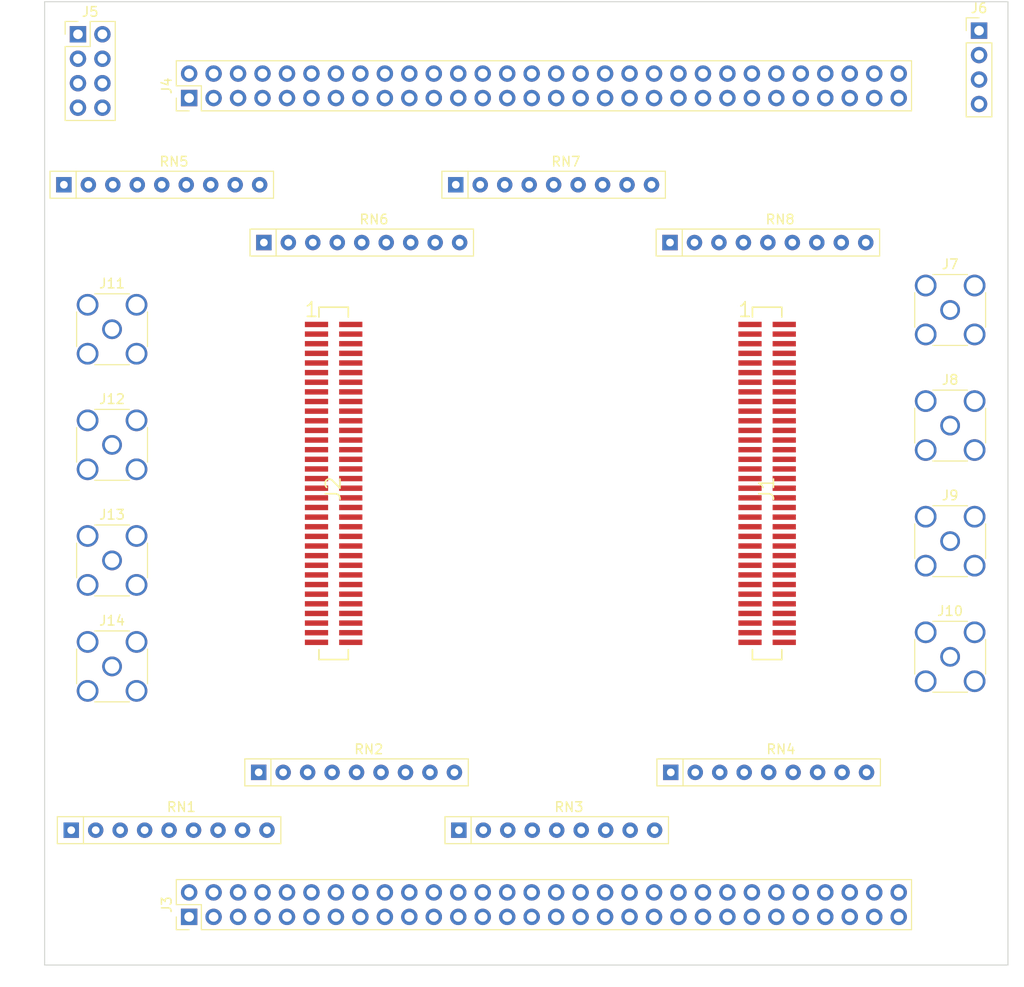
<source format=kicad_pcb>
(kicad_pcb (version 20171130) (host pcbnew 5.1.9-73d0e3b20d~88~ubuntu20.04.1)

  (general
    (thickness 1.6)
    (drawings 4)
    (tracks 0)
    (zones 0)
    (modules 22)
    (nets 77)
  )

  (page A4)
  (layers
    (0 F.Cu signal)
    (31 B.Cu signal)
    (32 B.Adhes user)
    (33 F.Adhes user)
    (34 B.Paste user)
    (35 F.Paste user)
    (36 B.SilkS user)
    (37 F.SilkS user)
    (38 B.Mask user)
    (39 F.Mask user)
    (40 Dwgs.User user)
    (41 Cmts.User user)
    (42 Eco1.User user)
    (43 Eco2.User user)
    (44 Edge.Cuts user)
    (45 Margin user)
    (46 B.CrtYd user)
    (47 F.CrtYd user)
    (48 B.Fab user)
    (49 F.Fab user)
  )

  (setup
    (last_trace_width 0.25)
    (trace_clearance 0.2)
    (zone_clearance 0.508)
    (zone_45_only no)
    (trace_min 0.2)
    (via_size 0.8)
    (via_drill 0.4)
    (via_min_size 0.4)
    (via_min_drill 0.3)
    (uvia_size 0.3)
    (uvia_drill 0.1)
    (uvias_allowed no)
    (uvia_min_size 0.2)
    (uvia_min_drill 0.1)
    (edge_width 0.1)
    (segment_width 0.2)
    (pcb_text_width 0.3)
    (pcb_text_size 1.5 1.5)
    (mod_edge_width 0.15)
    (mod_text_size 1 1)
    (mod_text_width 0.15)
    (pad_size 1.524 1.524)
    (pad_drill 0.762)
    (pad_to_mask_clearance 0)
    (aux_axis_origin 0 0)
    (visible_elements FFFFFF7F)
    (pcbplotparams
      (layerselection 0x010fc_ffffffff)
      (usegerberextensions false)
      (usegerberattributes true)
      (usegerberadvancedattributes true)
      (creategerberjobfile true)
      (excludeedgelayer true)
      (linewidth 0.100000)
      (plotframeref false)
      (viasonmask false)
      (mode 1)
      (useauxorigin false)
      (hpglpennumber 1)
      (hpglpenspeed 20)
      (hpglpendiameter 15.000000)
      (psnegative false)
      (psa4output false)
      (plotreference true)
      (plotvalue true)
      (plotinvisibletext false)
      (padsonsilk false)
      (subtractmaskfromsilk false)
      (outputformat 1)
      (mirror false)
      (drillshape 1)
      (scaleselection 1)
      (outputdirectory ""))
  )

  (net 0 "")
  (net 1 /BIAS1)
  (net 2 /CH0)
  (net 3 /CH1)
  (net 4 GND)
  (net 5 /CH2)
  (net 6 /CH3)
  (net 7 /CH4)
  (net 8 /CH5)
  (net 9 /CH6)
  (net 10 /CH7)
  (net 11 /CH8)
  (net 12 /CH9)
  (net 13 /CH10)
  (net 14 /CH11)
  (net 15 /CH12)
  (net 16 /CH13)
  (net 17 /CH14)
  (net 18 /CH15)
  (net 19 /CH16)
  (net 20 /CH17)
  (net 21 /CH18)
  (net 22 /CH19)
  (net 23 /CH20)
  (net 24 /CH21)
  (net 25 /CH22)
  (net 26 /CH23)
  (net 27 /CH24)
  (net 28 /CH25)
  (net 29 /CH26)
  (net 30 /CH27)
  (net 31 /CH28)
  (net 32 /CH29)
  (net 33 /CH30)
  (net 34 /CH31)
  (net 35 /VDD)
  (net 36 /OUT)
  (net 37 /BIAS2)
  (net 38 /BIAS4)
  (net 39 "Net-(J2-Pad65)")
  (net 40 /BIAS3)
  (net 41 "Net-(J3-Pad57)")
  (net 42 "Net-(J3-Pad59)")
  (net 43 "Net-(J4-Pad59)")
  (net 44 "Net-(J4-Pad57)")
  (net 45 /BCH31)
  (net 46 /BCH30)
  (net 47 /BCH29)
  (net 48 /BCH28)
  (net 49 /BCH27)
  (net 50 /BCH26)
  (net 51 /BCH25)
  (net 52 /BCH24)
  (net 53 /BCH23)
  (net 54 /BCH22)
  (net 55 /BCH21)
  (net 56 /BCH20)
  (net 57 /BCH19)
  (net 58 /BCH18)
  (net 59 /BCH17)
  (net 60 /BCH16)
  (net 61 /BCH15)
  (net 62 /BCH14)
  (net 63 /BCH13)
  (net 64 /BCH12)
  (net 65 /BCH11)
  (net 66 /BCH10)
  (net 67 /BCH9)
  (net 68 /BCH8)
  (net 69 /BCH7)
  (net 70 /BCH6)
  (net 71 /BCH5)
  (net 72 /BCH4)
  (net 73 /BCH3)
  (net 74 /BCH2)
  (net 75 /BCH1)
  (net 76 /BCH0)

  (net_class Default "This is the default net class."
    (clearance 0.2)
    (trace_width 0.25)
    (via_dia 0.8)
    (via_drill 0.4)
    (uvia_dia 0.3)
    (uvia_drill 0.1)
    (add_net /BCH0)
    (add_net /BCH1)
    (add_net /BCH10)
    (add_net /BCH11)
    (add_net /BCH12)
    (add_net /BCH13)
    (add_net /BCH14)
    (add_net /BCH15)
    (add_net /BCH16)
    (add_net /BCH17)
    (add_net /BCH18)
    (add_net /BCH19)
    (add_net /BCH2)
    (add_net /BCH20)
    (add_net /BCH21)
    (add_net /BCH22)
    (add_net /BCH23)
    (add_net /BCH24)
    (add_net /BCH25)
    (add_net /BCH26)
    (add_net /BCH27)
    (add_net /BCH28)
    (add_net /BCH29)
    (add_net /BCH3)
    (add_net /BCH30)
    (add_net /BCH31)
    (add_net /BCH4)
    (add_net /BCH5)
    (add_net /BCH6)
    (add_net /BCH7)
    (add_net /BCH8)
    (add_net /BCH9)
    (add_net /BIAS1)
    (add_net /BIAS2)
    (add_net /BIAS3)
    (add_net /BIAS4)
    (add_net /CH0)
    (add_net /CH1)
    (add_net /CH10)
    (add_net /CH11)
    (add_net /CH12)
    (add_net /CH13)
    (add_net /CH14)
    (add_net /CH15)
    (add_net /CH16)
    (add_net /CH17)
    (add_net /CH18)
    (add_net /CH19)
    (add_net /CH2)
    (add_net /CH20)
    (add_net /CH21)
    (add_net /CH22)
    (add_net /CH23)
    (add_net /CH24)
    (add_net /CH25)
    (add_net /CH26)
    (add_net /CH27)
    (add_net /CH28)
    (add_net /CH29)
    (add_net /CH3)
    (add_net /CH30)
    (add_net /CH31)
    (add_net /CH4)
    (add_net /CH5)
    (add_net /CH6)
    (add_net /CH7)
    (add_net /CH8)
    (add_net /CH9)
    (add_net /OUT)
    (add_net /VDD)
    (add_net GND)
    (add_net "Net-(J2-Pad65)")
    (add_net "Net-(J3-Pad57)")
    (add_net "Net-(J3-Pad59)")
    (add_net "Net-(J4-Pad57)")
    (add_net "Net-(J4-Pad59)")
  )

  (module Arich_SiPM_Footprints:MW-34-03-G-D-245-065-ES (layer F.Cu) (tedit 60343DD9) (tstamp 603DD8A6)
    (at 105 75 270)
    (path /603C8614)
    (fp_text reference J1 (at 0.56388 0.0381 270) (layer F.SilkS)
      (effects (font (size 1.524 1.524) (thickness 0.1651)))
    )
    (fp_text value Conn_02x34_Odd_Even (at 0 -4.64566 90) (layer F.Fab)
      (effects (font (size 1 1) (thickness 0.15)))
    )
    (fp_line (start -17.272 -1.524) (end -18.288 -1.524) (layer F.SilkS) (width 0.1651))
    (fp_line (start -18.288 -1.524) (end -18.288 1.524) (layer F.SilkS) (width 0.1651))
    (fp_line (start -18.288 1.524) (end -17.272 1.524) (layer F.SilkS) (width 0.1651))
    (fp_line (start 17.272 1.524) (end 18.288 1.524) (layer F.SilkS) (width 0.1651))
    (fp_line (start 18.288 -1.524) (end 17.272 -1.524) (layer F.SilkS) (width 0.1651))
    (fp_line (start 18.288 1.524) (end 18.288 -1.524) (layer F.SilkS) (width 0.1651))
    (fp_text user 1 (at -18.034 2.286) (layer F.SilkS)
      (effects (font (size 1.524 1.524) (thickness 0.1651)))
    )
    (pad 2 smd rect (at -16.4973 -1.778 270) (size 0.5588 2.413) (layers F.Cu F.Paste F.Mask)
      (net 1 /BIAS1))
    (pad 1 smd rect (at -16.4973 1.778 270) (size 0.5588 2.413) (layers F.Cu F.Paste F.Mask)
      (net 2 /CH0))
    (pad 3 smd rect (at -15.497302 1.778 270) (size 0.5588 2.413) (layers F.Cu F.Paste F.Mask)
      (net 3 /CH1))
    (pad 4 smd rect (at -15.497302 -1.778 270) (size 0.5588 2.413) (layers F.Cu F.Paste F.Mask)
      (net 4 GND))
    (pad 5 smd rect (at -14.497304 1.778 270) (size 0.5588 2.413) (layers F.Cu F.Paste F.Mask)
      (net 5 /CH2))
    (pad 6 smd rect (at -14.497304 -1.778 270) (size 0.5588 2.413) (layers F.Cu F.Paste F.Mask)
      (net 4 GND))
    (pad 7 smd rect (at -13.497306 1.778 270) (size 0.5588 2.413) (layers F.Cu F.Paste F.Mask)
      (net 6 /CH3))
    (pad 8 smd rect (at -13.497306 -1.778 270) (size 0.5588 2.413) (layers F.Cu F.Paste F.Mask)
      (net 4 GND))
    (pad 9 smd rect (at -12.497308 1.778 270) (size 0.5588 2.413) (layers F.Cu F.Paste F.Mask)
      (net 7 /CH4))
    (pad 10 smd rect (at -12.497308 -1.778 270) (size 0.5588 2.413) (layers F.Cu F.Paste F.Mask)
      (net 4 GND))
    (pad 11 smd rect (at -11.49731 1.778 270) (size 0.5588 2.413) (layers F.Cu F.Paste F.Mask)
      (net 8 /CH5))
    (pad 12 smd rect (at -11.49731 -1.778 270) (size 0.5588 2.413) (layers F.Cu F.Paste F.Mask)
      (net 4 GND))
    (pad 13 smd rect (at -10.497312 1.778 270) (size 0.5588 2.413) (layers F.Cu F.Paste F.Mask)
      (net 9 /CH6))
    (pad 14 smd rect (at -10.497312 -1.778 270) (size 0.5588 2.413) (layers F.Cu F.Paste F.Mask)
      (net 4 GND))
    (pad 15 smd rect (at -9.497314 1.778 270) (size 0.5588 2.413) (layers F.Cu F.Paste F.Mask)
      (net 10 /CH7))
    (pad 16 smd rect (at -9.497314 -1.778 270) (size 0.5588 2.413) (layers F.Cu F.Paste F.Mask)
      (net 4 GND))
    (pad 17 smd rect (at -8.497316 1.778 270) (size 0.5588 2.413) (layers F.Cu F.Paste F.Mask)
      (net 11 /CH8))
    (pad 18 smd rect (at -8.497316 -1.778 270) (size 0.5588 2.413) (layers F.Cu F.Paste F.Mask)
      (net 4 GND))
    (pad 19 smd rect (at -7.497318 1.778 270) (size 0.5588 2.413) (layers F.Cu F.Paste F.Mask)
      (net 12 /CH9))
    (pad 20 smd rect (at -7.497318 -1.778 270) (size 0.5588 2.413) (layers F.Cu F.Paste F.Mask)
      (net 4 GND))
    (pad 21 smd rect (at -6.49732 1.778 270) (size 0.5588 2.413) (layers F.Cu F.Paste F.Mask)
      (net 13 /CH10))
    (pad 22 smd rect (at -6.49732 -1.778 270) (size 0.5588 2.413) (layers F.Cu F.Paste F.Mask)
      (net 4 GND))
    (pad 23 smd rect (at -5.497322 1.778 270) (size 0.5588 2.413) (layers F.Cu F.Paste F.Mask)
      (net 14 /CH11))
    (pad 24 smd rect (at -5.497322 -1.778 270) (size 0.5588 2.413) (layers F.Cu F.Paste F.Mask)
      (net 4 GND))
    (pad 25 smd rect (at -4.497324 1.778 270) (size 0.5588 2.413) (layers F.Cu F.Paste F.Mask)
      (net 15 /CH12))
    (pad 26 smd rect (at -4.497324 -1.778 270) (size 0.5588 2.413) (layers F.Cu F.Paste F.Mask)
      (net 4 GND))
    (pad 27 smd rect (at -3.497326 1.778 270) (size 0.5588 2.413) (layers F.Cu F.Paste F.Mask)
      (net 16 /CH13))
    (pad 28 smd rect (at -3.497326 -1.778 270) (size 0.5588 2.413) (layers F.Cu F.Paste F.Mask)
      (net 4 GND))
    (pad 29 smd rect (at -2.497328 1.778 270) (size 0.5588 2.413) (layers F.Cu F.Paste F.Mask)
      (net 17 /CH14))
    (pad 30 smd rect (at -2.497328 -1.778 270) (size 0.5588 2.413) (layers F.Cu F.Paste F.Mask)
      (net 4 GND))
    (pad 31 smd rect (at -1.49733 1.778 270) (size 0.5588 2.413) (layers F.Cu F.Paste F.Mask)
      (net 18 /CH15))
    (pad 32 smd rect (at -1.49733 -1.778 270) (size 0.5588 2.413) (layers F.Cu F.Paste F.Mask)
      (net 4 GND))
    (pad 33 smd rect (at -0.497332 1.778 270) (size 0.5588 2.413) (layers F.Cu F.Paste F.Mask)
      (net 19 /CH16))
    (pad 34 smd rect (at -0.497332 -1.778 270) (size 0.5588 2.413) (layers F.Cu F.Paste F.Mask)
      (net 4 GND))
    (pad 35 smd rect (at 0.502666 1.778 270) (size 0.5588 2.413) (layers F.Cu F.Paste F.Mask)
      (net 20 /CH17))
    (pad 36 smd rect (at 0.502666 -1.778 270) (size 0.5588 2.413) (layers F.Cu F.Paste F.Mask)
      (net 4 GND))
    (pad 37 smd rect (at 1.502664 1.778 270) (size 0.5588 2.413) (layers F.Cu F.Paste F.Mask)
      (net 21 /CH18))
    (pad 38 smd rect (at 1.502664 -1.778 270) (size 0.5588 2.413) (layers F.Cu F.Paste F.Mask)
      (net 4 GND))
    (pad 39 smd rect (at 2.502662 1.778 270) (size 0.5588 2.413) (layers F.Cu F.Paste F.Mask)
      (net 22 /CH19))
    (pad 40 smd rect (at 2.502662 -1.778 270) (size 0.5588 2.413) (layers F.Cu F.Paste F.Mask)
      (net 4 GND))
    (pad 41 smd rect (at 3.50266 1.778 270) (size 0.5588 2.413) (layers F.Cu F.Paste F.Mask)
      (net 23 /CH20))
    (pad 42 smd rect (at 3.50266 -1.778 270) (size 0.5588 2.413) (layers F.Cu F.Paste F.Mask)
      (net 4 GND))
    (pad 43 smd rect (at 4.502658 1.778 270) (size 0.5588 2.413) (layers F.Cu F.Paste F.Mask)
      (net 24 /CH21))
    (pad 44 smd rect (at 4.502658 -1.778 270) (size 0.5588 2.413) (layers F.Cu F.Paste F.Mask)
      (net 4 GND))
    (pad 45 smd rect (at 5.502656 1.778 270) (size 0.5588 2.413) (layers F.Cu F.Paste F.Mask)
      (net 25 /CH22))
    (pad 46 smd rect (at 5.502656 -1.778 270) (size 0.5588 2.413) (layers F.Cu F.Paste F.Mask)
      (net 4 GND))
    (pad 47 smd rect (at 6.502654 1.778 270) (size 0.5588 2.413) (layers F.Cu F.Paste F.Mask)
      (net 26 /CH23))
    (pad 48 smd rect (at 6.502654 -1.778 270) (size 0.5588 2.413) (layers F.Cu F.Paste F.Mask)
      (net 4 GND))
    (pad 49 smd rect (at 7.502652 1.778 270) (size 0.5588 2.413) (layers F.Cu F.Paste F.Mask)
      (net 27 /CH24))
    (pad 50 smd rect (at 7.502652 -1.778 270) (size 0.5588 2.413) (layers F.Cu F.Paste F.Mask)
      (net 4 GND))
    (pad 51 smd rect (at 8.50265 1.778 270) (size 0.5588 2.413) (layers F.Cu F.Paste F.Mask)
      (net 28 /CH25))
    (pad 52 smd rect (at 8.50265 -1.778 270) (size 0.5588 2.413) (layers F.Cu F.Paste F.Mask)
      (net 4 GND))
    (pad 53 smd rect (at 9.502648 1.778 270) (size 0.5588 2.413) (layers F.Cu F.Paste F.Mask)
      (net 29 /CH26))
    (pad 54 smd rect (at 9.502648 -1.778 270) (size 0.5588 2.413) (layers F.Cu F.Paste F.Mask)
      (net 4 GND))
    (pad 55 smd rect (at 10.502646 1.778 270) (size 0.5588 2.413) (layers F.Cu F.Paste F.Mask)
      (net 30 /CH27))
    (pad 56 smd rect (at 10.502646 -1.778 270) (size 0.5588 2.413) (layers F.Cu F.Paste F.Mask)
      (net 4 GND))
    (pad 57 smd rect (at 11.502644 1.778 270) (size 0.5588 2.413) (layers F.Cu F.Paste F.Mask)
      (net 31 /CH28))
    (pad 58 smd rect (at 11.502644 -1.778 270) (size 0.5588 2.413) (layers F.Cu F.Paste F.Mask)
      (net 4 GND))
    (pad 59 smd rect (at 12.502642 1.778 270) (size 0.5588 2.413) (layers F.Cu F.Paste F.Mask)
      (net 32 /CH29))
    (pad 60 smd rect (at 12.502642 -1.778 270) (size 0.5588 2.413) (layers F.Cu F.Paste F.Mask)
      (net 4 GND))
    (pad 61 smd rect (at 13.50264 1.778 270) (size 0.5588 2.413) (layers F.Cu F.Paste F.Mask)
      (net 33 /CH30))
    (pad 62 smd rect (at 13.50264 -1.778 270) (size 0.5588 2.413) (layers F.Cu F.Paste F.Mask)
      (net 4 GND))
    (pad 63 smd rect (at 14.502638 1.778 270) (size 0.5588 2.413) (layers F.Cu F.Paste F.Mask)
      (net 34 /CH31))
    (pad 64 smd rect (at 14.502638 -1.778 270) (size 0.5588 2.413) (layers F.Cu F.Paste F.Mask)
      (net 4 GND))
    (pad 65 smd rect (at 15.502636 1.778 270) (size 0.5588 2.413) (layers F.Cu F.Paste F.Mask)
      (net 35 /VDD))
    (pad 66 smd rect (at 15.502636 -1.778 270) (size 0.5588 2.413) (layers F.Cu F.Paste F.Mask)
      (net 4 GND))
    (pad 67 smd rect (at 16.502634 1.778 270) (size 0.5588 2.413) (layers F.Cu F.Paste F.Mask)
      (net 36 /OUT))
    (pad 68 smd rect (at 16.502634 -1.778 270) (size 0.5588 2.413) (layers F.Cu F.Paste F.Mask)
      (net 37 /BIAS2))
  )

  (module Arich_SiPM_Footprints:MW-34-03-G-D-245-065-ES (layer F.Cu) (tedit 60343DD9) (tstamp 603DD8F5)
    (at 60 75 270)
    (path /609B4CC1)
    (fp_text reference J2 (at 0.56388 0.0381 270) (layer F.SilkS)
      (effects (font (size 1.524 1.524) (thickness 0.1651)))
    )
    (fp_text value Conn_02x34_Odd_Even (at 0 -4.64566 90) (layer F.Fab)
      (effects (font (size 1 1) (thickness 0.15)))
    )
    (fp_line (start 18.288 1.524) (end 18.288 -1.524) (layer F.SilkS) (width 0.1651))
    (fp_line (start 18.288 -1.524) (end 17.272 -1.524) (layer F.SilkS) (width 0.1651))
    (fp_line (start 17.272 1.524) (end 18.288 1.524) (layer F.SilkS) (width 0.1651))
    (fp_line (start -18.288 1.524) (end -17.272 1.524) (layer F.SilkS) (width 0.1651))
    (fp_line (start -18.288 -1.524) (end -18.288 1.524) (layer F.SilkS) (width 0.1651))
    (fp_line (start -17.272 -1.524) (end -18.288 -1.524) (layer F.SilkS) (width 0.1651))
    (fp_text user 1 (at -18.034 2.286) (layer F.SilkS)
      (effects (font (size 1.524 1.524) (thickness 0.1651)))
    )
    (pad 68 smd rect (at 16.502634 -1.778 270) (size 0.5588 2.413) (layers F.Cu F.Paste F.Mask)
      (net 38 /BIAS4))
    (pad 67 smd rect (at 16.502634 1.778 270) (size 0.5588 2.413) (layers F.Cu F.Paste F.Mask)
      (net 38 /BIAS4))
    (pad 66 smd rect (at 15.502636 -1.778 270) (size 0.5588 2.413) (layers F.Cu F.Paste F.Mask)
      (net 4 GND))
    (pad 65 smd rect (at 15.502636 1.778 270) (size 0.5588 2.413) (layers F.Cu F.Paste F.Mask)
      (net 39 "Net-(J2-Pad65)"))
    (pad 64 smd rect (at 14.502638 -1.778 270) (size 0.5588 2.413) (layers F.Cu F.Paste F.Mask)
      (net 4 GND))
    (pad 63 smd rect (at 14.502638 1.778 270) (size 0.5588 2.413) (layers F.Cu F.Paste F.Mask)
      (net 45 /BCH31))
    (pad 62 smd rect (at 13.50264 -1.778 270) (size 0.5588 2.413) (layers F.Cu F.Paste F.Mask)
      (net 4 GND))
    (pad 61 smd rect (at 13.50264 1.778 270) (size 0.5588 2.413) (layers F.Cu F.Paste F.Mask)
      (net 46 /BCH30))
    (pad 60 smd rect (at 12.502642 -1.778 270) (size 0.5588 2.413) (layers F.Cu F.Paste F.Mask)
      (net 4 GND))
    (pad 59 smd rect (at 12.502642 1.778 270) (size 0.5588 2.413) (layers F.Cu F.Paste F.Mask)
      (net 47 /BCH29))
    (pad 58 smd rect (at 11.502644 -1.778 270) (size 0.5588 2.413) (layers F.Cu F.Paste F.Mask)
      (net 4 GND))
    (pad 57 smd rect (at 11.502644 1.778 270) (size 0.5588 2.413) (layers F.Cu F.Paste F.Mask)
      (net 48 /BCH28))
    (pad 56 smd rect (at 10.502646 -1.778 270) (size 0.5588 2.413) (layers F.Cu F.Paste F.Mask)
      (net 4 GND))
    (pad 55 smd rect (at 10.502646 1.778 270) (size 0.5588 2.413) (layers F.Cu F.Paste F.Mask)
      (net 49 /BCH27))
    (pad 54 smd rect (at 9.502648 -1.778 270) (size 0.5588 2.413) (layers F.Cu F.Paste F.Mask)
      (net 4 GND))
    (pad 53 smd rect (at 9.502648 1.778 270) (size 0.5588 2.413) (layers F.Cu F.Paste F.Mask)
      (net 50 /BCH26))
    (pad 52 smd rect (at 8.50265 -1.778 270) (size 0.5588 2.413) (layers F.Cu F.Paste F.Mask)
      (net 4 GND))
    (pad 51 smd rect (at 8.50265 1.778 270) (size 0.5588 2.413) (layers F.Cu F.Paste F.Mask)
      (net 51 /BCH25))
    (pad 50 smd rect (at 7.502652 -1.778 270) (size 0.5588 2.413) (layers F.Cu F.Paste F.Mask)
      (net 4 GND))
    (pad 49 smd rect (at 7.502652 1.778 270) (size 0.5588 2.413) (layers F.Cu F.Paste F.Mask)
      (net 52 /BCH24))
    (pad 48 smd rect (at 6.502654 -1.778 270) (size 0.5588 2.413) (layers F.Cu F.Paste F.Mask)
      (net 4 GND))
    (pad 47 smd rect (at 6.502654 1.778 270) (size 0.5588 2.413) (layers F.Cu F.Paste F.Mask)
      (net 53 /BCH23))
    (pad 46 smd rect (at 5.502656 -1.778 270) (size 0.5588 2.413) (layers F.Cu F.Paste F.Mask)
      (net 4 GND))
    (pad 45 smd rect (at 5.502656 1.778 270) (size 0.5588 2.413) (layers F.Cu F.Paste F.Mask)
      (net 54 /BCH22))
    (pad 44 smd rect (at 4.502658 -1.778 270) (size 0.5588 2.413) (layers F.Cu F.Paste F.Mask)
      (net 4 GND))
    (pad 43 smd rect (at 4.502658 1.778 270) (size 0.5588 2.413) (layers F.Cu F.Paste F.Mask)
      (net 55 /BCH21))
    (pad 42 smd rect (at 3.50266 -1.778 270) (size 0.5588 2.413) (layers F.Cu F.Paste F.Mask)
      (net 4 GND))
    (pad 41 smd rect (at 3.50266 1.778 270) (size 0.5588 2.413) (layers F.Cu F.Paste F.Mask)
      (net 56 /BCH20))
    (pad 40 smd rect (at 2.502662 -1.778 270) (size 0.5588 2.413) (layers F.Cu F.Paste F.Mask)
      (net 4 GND))
    (pad 39 smd rect (at 2.502662 1.778 270) (size 0.5588 2.413) (layers F.Cu F.Paste F.Mask)
      (net 57 /BCH19))
    (pad 38 smd rect (at 1.502664 -1.778 270) (size 0.5588 2.413) (layers F.Cu F.Paste F.Mask)
      (net 4 GND))
    (pad 37 smd rect (at 1.502664 1.778 270) (size 0.5588 2.413) (layers F.Cu F.Paste F.Mask)
      (net 58 /BCH18))
    (pad 36 smd rect (at 0.502666 -1.778 270) (size 0.5588 2.413) (layers F.Cu F.Paste F.Mask)
      (net 4 GND))
    (pad 35 smd rect (at 0.502666 1.778 270) (size 0.5588 2.413) (layers F.Cu F.Paste F.Mask)
      (net 59 /BCH17))
    (pad 34 smd rect (at -0.497332 -1.778 270) (size 0.5588 2.413) (layers F.Cu F.Paste F.Mask)
      (net 4 GND))
    (pad 33 smd rect (at -0.497332 1.778 270) (size 0.5588 2.413) (layers F.Cu F.Paste F.Mask)
      (net 60 /BCH16))
    (pad 32 smd rect (at -1.49733 -1.778 270) (size 0.5588 2.413) (layers F.Cu F.Paste F.Mask)
      (net 4 GND))
    (pad 31 smd rect (at -1.49733 1.778 270) (size 0.5588 2.413) (layers F.Cu F.Paste F.Mask)
      (net 61 /BCH15))
    (pad 30 smd rect (at -2.497328 -1.778 270) (size 0.5588 2.413) (layers F.Cu F.Paste F.Mask)
      (net 4 GND))
    (pad 29 smd rect (at -2.497328 1.778 270) (size 0.5588 2.413) (layers F.Cu F.Paste F.Mask)
      (net 62 /BCH14))
    (pad 28 smd rect (at -3.497326 -1.778 270) (size 0.5588 2.413) (layers F.Cu F.Paste F.Mask)
      (net 4 GND))
    (pad 27 smd rect (at -3.497326 1.778 270) (size 0.5588 2.413) (layers F.Cu F.Paste F.Mask)
      (net 63 /BCH13))
    (pad 26 smd rect (at -4.497324 -1.778 270) (size 0.5588 2.413) (layers F.Cu F.Paste F.Mask)
      (net 4 GND))
    (pad 25 smd rect (at -4.497324 1.778 270) (size 0.5588 2.413) (layers F.Cu F.Paste F.Mask)
      (net 64 /BCH12))
    (pad 24 smd rect (at -5.497322 -1.778 270) (size 0.5588 2.413) (layers F.Cu F.Paste F.Mask)
      (net 4 GND))
    (pad 23 smd rect (at -5.497322 1.778 270) (size 0.5588 2.413) (layers F.Cu F.Paste F.Mask)
      (net 65 /BCH11))
    (pad 22 smd rect (at -6.49732 -1.778 270) (size 0.5588 2.413) (layers F.Cu F.Paste F.Mask)
      (net 4 GND))
    (pad 21 smd rect (at -6.49732 1.778 270) (size 0.5588 2.413) (layers F.Cu F.Paste F.Mask)
      (net 66 /BCH10))
    (pad 20 smd rect (at -7.497318 -1.778 270) (size 0.5588 2.413) (layers F.Cu F.Paste F.Mask)
      (net 4 GND))
    (pad 19 smd rect (at -7.497318 1.778 270) (size 0.5588 2.413) (layers F.Cu F.Paste F.Mask)
      (net 67 /BCH9))
    (pad 18 smd rect (at -8.497316 -1.778 270) (size 0.5588 2.413) (layers F.Cu F.Paste F.Mask)
      (net 4 GND))
    (pad 17 smd rect (at -8.497316 1.778 270) (size 0.5588 2.413) (layers F.Cu F.Paste F.Mask)
      (net 68 /BCH8))
    (pad 16 smd rect (at -9.497314 -1.778 270) (size 0.5588 2.413) (layers F.Cu F.Paste F.Mask)
      (net 4 GND))
    (pad 15 smd rect (at -9.497314 1.778 270) (size 0.5588 2.413) (layers F.Cu F.Paste F.Mask)
      (net 69 /BCH7))
    (pad 14 smd rect (at -10.497312 -1.778 270) (size 0.5588 2.413) (layers F.Cu F.Paste F.Mask)
      (net 4 GND))
    (pad 13 smd rect (at -10.497312 1.778 270) (size 0.5588 2.413) (layers F.Cu F.Paste F.Mask)
      (net 70 /BCH6))
    (pad 12 smd rect (at -11.49731 -1.778 270) (size 0.5588 2.413) (layers F.Cu F.Paste F.Mask)
      (net 4 GND))
    (pad 11 smd rect (at -11.49731 1.778 270) (size 0.5588 2.413) (layers F.Cu F.Paste F.Mask)
      (net 71 /BCH5))
    (pad 10 smd rect (at -12.497308 -1.778 270) (size 0.5588 2.413) (layers F.Cu F.Paste F.Mask)
      (net 4 GND))
    (pad 9 smd rect (at -12.497308 1.778 270) (size 0.5588 2.413) (layers F.Cu F.Paste F.Mask)
      (net 72 /BCH4))
    (pad 8 smd rect (at -13.497306 -1.778 270) (size 0.5588 2.413) (layers F.Cu F.Paste F.Mask)
      (net 4 GND))
    (pad 7 smd rect (at -13.497306 1.778 270) (size 0.5588 2.413) (layers F.Cu F.Paste F.Mask)
      (net 73 /BCH3))
    (pad 6 smd rect (at -14.497304 -1.778 270) (size 0.5588 2.413) (layers F.Cu F.Paste F.Mask)
      (net 4 GND))
    (pad 5 smd rect (at -14.497304 1.778 270) (size 0.5588 2.413) (layers F.Cu F.Paste F.Mask)
      (net 74 /BCH2))
    (pad 4 smd rect (at -15.497302 -1.778 270) (size 0.5588 2.413) (layers F.Cu F.Paste F.Mask)
      (net 4 GND))
    (pad 3 smd rect (at -15.497302 1.778 270) (size 0.5588 2.413) (layers F.Cu F.Paste F.Mask)
      (net 75 /BCH1))
    (pad 1 smd rect (at -16.4973 1.778 270) (size 0.5588 2.413) (layers F.Cu F.Paste F.Mask)
      (net 76 /BCH0))
    (pad 2 smd rect (at -16.4973 -1.778 270) (size 0.5588 2.413) (layers F.Cu F.Paste F.Mask)
      (net 40 /BIAS3))
  )

  (module Connector_PinHeader_2.54mm:PinHeader_2x30_P2.54mm_Vertical (layer F.Cu) (tedit 59FED5CC) (tstamp 60401023)
    (at 45 120 90)
    (descr "Through hole straight pin header, 2x30, 2.54mm pitch, double rows")
    (tags "Through hole pin header THT 2x30 2.54mm double row")
    (path /6040A710)
    (fp_text reference J3 (at 1.27 -2.33 90) (layer F.SilkS)
      (effects (font (size 1 1) (thickness 0.15)))
    )
    (fp_text value Conn_02x30_Odd_Even (at 1.27 75.99 90) (layer F.Fab)
      (effects (font (size 1 1) (thickness 0.15)))
    )
    (fp_line (start 4.35 -1.8) (end -1.8 -1.8) (layer F.CrtYd) (width 0.05))
    (fp_line (start 4.35 75.45) (end 4.35 -1.8) (layer F.CrtYd) (width 0.05))
    (fp_line (start -1.8 75.45) (end 4.35 75.45) (layer F.CrtYd) (width 0.05))
    (fp_line (start -1.8 -1.8) (end -1.8 75.45) (layer F.CrtYd) (width 0.05))
    (fp_line (start -1.33 -1.33) (end 0 -1.33) (layer F.SilkS) (width 0.12))
    (fp_line (start -1.33 0) (end -1.33 -1.33) (layer F.SilkS) (width 0.12))
    (fp_line (start 1.27 -1.33) (end 3.87 -1.33) (layer F.SilkS) (width 0.12))
    (fp_line (start 1.27 1.27) (end 1.27 -1.33) (layer F.SilkS) (width 0.12))
    (fp_line (start -1.33 1.27) (end 1.27 1.27) (layer F.SilkS) (width 0.12))
    (fp_line (start 3.87 -1.33) (end 3.87 74.99) (layer F.SilkS) (width 0.12))
    (fp_line (start -1.33 1.27) (end -1.33 74.99) (layer F.SilkS) (width 0.12))
    (fp_line (start -1.33 74.99) (end 3.87 74.99) (layer F.SilkS) (width 0.12))
    (fp_line (start -1.27 0) (end 0 -1.27) (layer F.Fab) (width 0.1))
    (fp_line (start -1.27 74.93) (end -1.27 0) (layer F.Fab) (width 0.1))
    (fp_line (start 3.81 74.93) (end -1.27 74.93) (layer F.Fab) (width 0.1))
    (fp_line (start 3.81 -1.27) (end 3.81 74.93) (layer F.Fab) (width 0.1))
    (fp_line (start 0 -1.27) (end 3.81 -1.27) (layer F.Fab) (width 0.1))
    (fp_text user %R (at 1.27 36.83) (layer F.Fab)
      (effects (font (size 1 1) (thickness 0.15)))
    )
    (pad 1 thru_hole rect (at 0 0 90) (size 1.7 1.7) (drill 1) (layers *.Cu *.Mask)
      (net 7 /CH4))
    (pad 2 thru_hole oval (at 2.54 0 90) (size 1.7 1.7) (drill 1) (layers *.Cu *.Mask)
      (net 4 GND))
    (pad 3 thru_hole oval (at 0 2.54 90) (size 1.7 1.7) (drill 1) (layers *.Cu *.Mask)
      (net 8 /CH5))
    (pad 4 thru_hole oval (at 2.54 2.54 90) (size 1.7 1.7) (drill 1) (layers *.Cu *.Mask)
      (net 4 GND))
    (pad 5 thru_hole oval (at 0 5.08 90) (size 1.7 1.7) (drill 1) (layers *.Cu *.Mask)
      (net 9 /CH6))
    (pad 6 thru_hole oval (at 2.54 5.08 90) (size 1.7 1.7) (drill 1) (layers *.Cu *.Mask)
      (net 4 GND))
    (pad 7 thru_hole oval (at 0 7.62 90) (size 1.7 1.7) (drill 1) (layers *.Cu *.Mask)
      (net 10 /CH7))
    (pad 8 thru_hole oval (at 2.54 7.62 90) (size 1.7 1.7) (drill 1) (layers *.Cu *.Mask)
      (net 4 GND))
    (pad 9 thru_hole oval (at 0 10.16 90) (size 1.7 1.7) (drill 1) (layers *.Cu *.Mask)
      (net 11 /CH8))
    (pad 10 thru_hole oval (at 2.54 10.16 90) (size 1.7 1.7) (drill 1) (layers *.Cu *.Mask)
      (net 4 GND))
    (pad 11 thru_hole oval (at 0 12.7 90) (size 1.7 1.7) (drill 1) (layers *.Cu *.Mask)
      (net 12 /CH9))
    (pad 12 thru_hole oval (at 2.54 12.7 90) (size 1.7 1.7) (drill 1) (layers *.Cu *.Mask)
      (net 4 GND))
    (pad 13 thru_hole oval (at 0 15.24 90) (size 1.7 1.7) (drill 1) (layers *.Cu *.Mask)
      (net 13 /CH10))
    (pad 14 thru_hole oval (at 2.54 15.24 90) (size 1.7 1.7) (drill 1) (layers *.Cu *.Mask)
      (net 4 GND))
    (pad 15 thru_hole oval (at 0 17.78 90) (size 1.7 1.7) (drill 1) (layers *.Cu *.Mask)
      (net 14 /CH11))
    (pad 16 thru_hole oval (at 2.54 17.78 90) (size 1.7 1.7) (drill 1) (layers *.Cu *.Mask)
      (net 4 GND))
    (pad 17 thru_hole oval (at 0 20.32 90) (size 1.7 1.7) (drill 1) (layers *.Cu *.Mask)
      (net 15 /CH12))
    (pad 18 thru_hole oval (at 2.54 20.32 90) (size 1.7 1.7) (drill 1) (layers *.Cu *.Mask)
      (net 4 GND))
    (pad 19 thru_hole oval (at 0 22.86 90) (size 1.7 1.7) (drill 1) (layers *.Cu *.Mask)
      (net 16 /CH13))
    (pad 20 thru_hole oval (at 2.54 22.86 90) (size 1.7 1.7) (drill 1) (layers *.Cu *.Mask)
      (net 4 GND))
    (pad 21 thru_hole oval (at 0 25.4 90) (size 1.7 1.7) (drill 1) (layers *.Cu *.Mask)
      (net 17 /CH14))
    (pad 22 thru_hole oval (at 2.54 25.4 90) (size 1.7 1.7) (drill 1) (layers *.Cu *.Mask)
      (net 4 GND))
    (pad 23 thru_hole oval (at 0 27.94 90) (size 1.7 1.7) (drill 1) (layers *.Cu *.Mask)
      (net 18 /CH15))
    (pad 24 thru_hole oval (at 2.54 27.94 90) (size 1.7 1.7) (drill 1) (layers *.Cu *.Mask)
      (net 4 GND))
    (pad 25 thru_hole oval (at 0 30.48 90) (size 1.7 1.7) (drill 1) (layers *.Cu *.Mask)
      (net 19 /CH16))
    (pad 26 thru_hole oval (at 2.54 30.48 90) (size 1.7 1.7) (drill 1) (layers *.Cu *.Mask)
      (net 4 GND))
    (pad 27 thru_hole oval (at 0 33.02 90) (size 1.7 1.7) (drill 1) (layers *.Cu *.Mask)
      (net 20 /CH17))
    (pad 28 thru_hole oval (at 2.54 33.02 90) (size 1.7 1.7) (drill 1) (layers *.Cu *.Mask)
      (net 4 GND))
    (pad 29 thru_hole oval (at 0 35.56 90) (size 1.7 1.7) (drill 1) (layers *.Cu *.Mask)
      (net 21 /CH18))
    (pad 30 thru_hole oval (at 2.54 35.56 90) (size 1.7 1.7) (drill 1) (layers *.Cu *.Mask)
      (net 4 GND))
    (pad 31 thru_hole oval (at 0 38.1 90) (size 1.7 1.7) (drill 1) (layers *.Cu *.Mask)
      (net 22 /CH19))
    (pad 32 thru_hole oval (at 2.54 38.1 90) (size 1.7 1.7) (drill 1) (layers *.Cu *.Mask)
      (net 4 GND))
    (pad 33 thru_hole oval (at 0 40.64 90) (size 1.7 1.7) (drill 1) (layers *.Cu *.Mask)
      (net 23 /CH20))
    (pad 34 thru_hole oval (at 2.54 40.64 90) (size 1.7 1.7) (drill 1) (layers *.Cu *.Mask)
      (net 4 GND))
    (pad 35 thru_hole oval (at 0 43.18 90) (size 1.7 1.7) (drill 1) (layers *.Cu *.Mask)
      (net 24 /CH21))
    (pad 36 thru_hole oval (at 2.54 43.18 90) (size 1.7 1.7) (drill 1) (layers *.Cu *.Mask)
      (net 4 GND))
    (pad 37 thru_hole oval (at 0 45.72 90) (size 1.7 1.7) (drill 1) (layers *.Cu *.Mask)
      (net 25 /CH22))
    (pad 38 thru_hole oval (at 2.54 45.72 90) (size 1.7 1.7) (drill 1) (layers *.Cu *.Mask)
      (net 4 GND))
    (pad 39 thru_hole oval (at 0 48.26 90) (size 1.7 1.7) (drill 1) (layers *.Cu *.Mask)
      (net 26 /CH23))
    (pad 40 thru_hole oval (at 2.54 48.26 90) (size 1.7 1.7) (drill 1) (layers *.Cu *.Mask)
      (net 4 GND))
    (pad 41 thru_hole oval (at 0 50.8 90) (size 1.7 1.7) (drill 1) (layers *.Cu *.Mask)
      (net 27 /CH24))
    (pad 42 thru_hole oval (at 2.54 50.8 90) (size 1.7 1.7) (drill 1) (layers *.Cu *.Mask)
      (net 4 GND))
    (pad 43 thru_hole oval (at 0 53.34 90) (size 1.7 1.7) (drill 1) (layers *.Cu *.Mask)
      (net 28 /CH25))
    (pad 44 thru_hole oval (at 2.54 53.34 90) (size 1.7 1.7) (drill 1) (layers *.Cu *.Mask)
      (net 4 GND))
    (pad 45 thru_hole oval (at 0 55.88 90) (size 1.7 1.7) (drill 1) (layers *.Cu *.Mask)
      (net 29 /CH26))
    (pad 46 thru_hole oval (at 2.54 55.88 90) (size 1.7 1.7) (drill 1) (layers *.Cu *.Mask)
      (net 4 GND))
    (pad 47 thru_hole oval (at 0 58.42 90) (size 1.7 1.7) (drill 1) (layers *.Cu *.Mask)
      (net 30 /CH27))
    (pad 48 thru_hole oval (at 2.54 58.42 90) (size 1.7 1.7) (drill 1) (layers *.Cu *.Mask)
      (net 4 GND))
    (pad 49 thru_hole oval (at 0 60.96 90) (size 1.7 1.7) (drill 1) (layers *.Cu *.Mask)
      (net 31 /CH28))
    (pad 50 thru_hole oval (at 2.54 60.96 90) (size 1.7 1.7) (drill 1) (layers *.Cu *.Mask)
      (net 4 GND))
    (pad 51 thru_hole oval (at 0 63.5 90) (size 1.7 1.7) (drill 1) (layers *.Cu *.Mask)
      (net 32 /CH29))
    (pad 52 thru_hole oval (at 2.54 63.5 90) (size 1.7 1.7) (drill 1) (layers *.Cu *.Mask)
      (net 4 GND))
    (pad 53 thru_hole oval (at 0 66.04 90) (size 1.7 1.7) (drill 1) (layers *.Cu *.Mask)
      (net 33 /CH30))
    (pad 54 thru_hole oval (at 2.54 66.04 90) (size 1.7 1.7) (drill 1) (layers *.Cu *.Mask)
      (net 4 GND))
    (pad 55 thru_hole oval (at 0 68.58 90) (size 1.7 1.7) (drill 1) (layers *.Cu *.Mask)
      (net 34 /CH31))
    (pad 56 thru_hole oval (at 2.54 68.58 90) (size 1.7 1.7) (drill 1) (layers *.Cu *.Mask)
      (net 4 GND))
    (pad 57 thru_hole oval (at 0 71.12 90) (size 1.7 1.7) (drill 1) (layers *.Cu *.Mask)
      (net 41 "Net-(J3-Pad57)"))
    (pad 58 thru_hole oval (at 2.54 71.12 90) (size 1.7 1.7) (drill 1) (layers *.Cu *.Mask)
      (net 4 GND))
    (pad 59 thru_hole oval (at 0 73.66 90) (size 1.7 1.7) (drill 1) (layers *.Cu *.Mask)
      (net 42 "Net-(J3-Pad59)"))
    (pad 60 thru_hole oval (at 2.54 73.66 90) (size 1.7 1.7) (drill 1) (layers *.Cu *.Mask)
      (net 4 GND))
    (model ${KISYS3DMOD}/Connector_PinHeader_2.54mm.3dshapes/PinHeader_2x30_P2.54mm_Vertical.wrl
      (at (xyz 0 0 0))
      (scale (xyz 1 1 1))
      (rotate (xyz 0 0 0))
    )
  )

  (module Connector_PinHeader_2.54mm:PinHeader_2x30_P2.54mm_Vertical (layer F.Cu) (tedit 59FED5CC) (tstamp 603DD999)
    (at 45 35 90)
    (descr "Through hole straight pin header, 2x30, 2.54mm pitch, double rows")
    (tags "Through hole pin header THT 2x30 2.54mm double row")
    (path /609B4ECB)
    (fp_text reference J4 (at 1.27 -2.33 90) (layer F.SilkS)
      (effects (font (size 1 1) (thickness 0.15)))
    )
    (fp_text value Conn_02x30_Odd_Even (at 1.27 75.99 90) (layer F.Fab)
      (effects (font (size 1 1) (thickness 0.15)))
    )
    (fp_line (start 0 -1.27) (end 3.81 -1.27) (layer F.Fab) (width 0.1))
    (fp_line (start 3.81 -1.27) (end 3.81 74.93) (layer F.Fab) (width 0.1))
    (fp_line (start 3.81 74.93) (end -1.27 74.93) (layer F.Fab) (width 0.1))
    (fp_line (start -1.27 74.93) (end -1.27 0) (layer F.Fab) (width 0.1))
    (fp_line (start -1.27 0) (end 0 -1.27) (layer F.Fab) (width 0.1))
    (fp_line (start -1.33 74.99) (end 3.87 74.99) (layer F.SilkS) (width 0.12))
    (fp_line (start -1.33 1.27) (end -1.33 74.99) (layer F.SilkS) (width 0.12))
    (fp_line (start 3.87 -1.33) (end 3.87 74.99) (layer F.SilkS) (width 0.12))
    (fp_line (start -1.33 1.27) (end 1.27 1.27) (layer F.SilkS) (width 0.12))
    (fp_line (start 1.27 1.27) (end 1.27 -1.33) (layer F.SilkS) (width 0.12))
    (fp_line (start 1.27 -1.33) (end 3.87 -1.33) (layer F.SilkS) (width 0.12))
    (fp_line (start -1.33 0) (end -1.33 -1.33) (layer F.SilkS) (width 0.12))
    (fp_line (start -1.33 -1.33) (end 0 -1.33) (layer F.SilkS) (width 0.12))
    (fp_line (start -1.8 -1.8) (end -1.8 75.45) (layer F.CrtYd) (width 0.05))
    (fp_line (start -1.8 75.45) (end 4.35 75.45) (layer F.CrtYd) (width 0.05))
    (fp_line (start 4.35 75.45) (end 4.35 -1.8) (layer F.CrtYd) (width 0.05))
    (fp_line (start 4.35 -1.8) (end -1.8 -1.8) (layer F.CrtYd) (width 0.05))
    (fp_text user %R (at 1.27 36.83) (layer F.Fab)
      (effects (font (size 1 1) (thickness 0.15)))
    )
    (pad 60 thru_hole oval (at 2.54 73.66 90) (size 1.7 1.7) (drill 1) (layers *.Cu *.Mask)
      (net 4 GND))
    (pad 59 thru_hole oval (at 0 73.66 90) (size 1.7 1.7) (drill 1) (layers *.Cu *.Mask)
      (net 43 "Net-(J4-Pad59)"))
    (pad 58 thru_hole oval (at 2.54 71.12 90) (size 1.7 1.7) (drill 1) (layers *.Cu *.Mask)
      (net 4 GND))
    (pad 57 thru_hole oval (at 0 71.12 90) (size 1.7 1.7) (drill 1) (layers *.Cu *.Mask)
      (net 44 "Net-(J4-Pad57)"))
    (pad 56 thru_hole oval (at 2.54 68.58 90) (size 1.7 1.7) (drill 1) (layers *.Cu *.Mask)
      (net 4 GND))
    (pad 55 thru_hole oval (at 0 68.58 90) (size 1.7 1.7) (drill 1) (layers *.Cu *.Mask)
      (net 45 /BCH31))
    (pad 54 thru_hole oval (at 2.54 66.04 90) (size 1.7 1.7) (drill 1) (layers *.Cu *.Mask)
      (net 4 GND))
    (pad 53 thru_hole oval (at 0 66.04 90) (size 1.7 1.7) (drill 1) (layers *.Cu *.Mask)
      (net 46 /BCH30))
    (pad 52 thru_hole oval (at 2.54 63.5 90) (size 1.7 1.7) (drill 1) (layers *.Cu *.Mask)
      (net 4 GND))
    (pad 51 thru_hole oval (at 0 63.5 90) (size 1.7 1.7) (drill 1) (layers *.Cu *.Mask)
      (net 47 /BCH29))
    (pad 50 thru_hole oval (at 2.54 60.96 90) (size 1.7 1.7) (drill 1) (layers *.Cu *.Mask)
      (net 4 GND))
    (pad 49 thru_hole oval (at 0 60.96 90) (size 1.7 1.7) (drill 1) (layers *.Cu *.Mask)
      (net 48 /BCH28))
    (pad 48 thru_hole oval (at 2.54 58.42 90) (size 1.7 1.7) (drill 1) (layers *.Cu *.Mask)
      (net 4 GND))
    (pad 47 thru_hole oval (at 0 58.42 90) (size 1.7 1.7) (drill 1) (layers *.Cu *.Mask)
      (net 49 /BCH27))
    (pad 46 thru_hole oval (at 2.54 55.88 90) (size 1.7 1.7) (drill 1) (layers *.Cu *.Mask)
      (net 4 GND))
    (pad 45 thru_hole oval (at 0 55.88 90) (size 1.7 1.7) (drill 1) (layers *.Cu *.Mask)
      (net 50 /BCH26))
    (pad 44 thru_hole oval (at 2.54 53.34 90) (size 1.7 1.7) (drill 1) (layers *.Cu *.Mask)
      (net 4 GND))
    (pad 43 thru_hole oval (at 0 53.34 90) (size 1.7 1.7) (drill 1) (layers *.Cu *.Mask)
      (net 51 /BCH25))
    (pad 42 thru_hole oval (at 2.54 50.8 90) (size 1.7 1.7) (drill 1) (layers *.Cu *.Mask)
      (net 4 GND))
    (pad 41 thru_hole oval (at 0 50.8 90) (size 1.7 1.7) (drill 1) (layers *.Cu *.Mask)
      (net 52 /BCH24))
    (pad 40 thru_hole oval (at 2.54 48.26 90) (size 1.7 1.7) (drill 1) (layers *.Cu *.Mask)
      (net 4 GND))
    (pad 39 thru_hole oval (at 0 48.26 90) (size 1.7 1.7) (drill 1) (layers *.Cu *.Mask)
      (net 53 /BCH23))
    (pad 38 thru_hole oval (at 2.54 45.72 90) (size 1.7 1.7) (drill 1) (layers *.Cu *.Mask)
      (net 4 GND))
    (pad 37 thru_hole oval (at 0 45.72 90) (size 1.7 1.7) (drill 1) (layers *.Cu *.Mask)
      (net 54 /BCH22))
    (pad 36 thru_hole oval (at 2.54 43.18 90) (size 1.7 1.7) (drill 1) (layers *.Cu *.Mask)
      (net 4 GND))
    (pad 35 thru_hole oval (at 0 43.18 90) (size 1.7 1.7) (drill 1) (layers *.Cu *.Mask)
      (net 55 /BCH21))
    (pad 34 thru_hole oval (at 2.54 40.64 90) (size 1.7 1.7) (drill 1) (layers *.Cu *.Mask)
      (net 4 GND))
    (pad 33 thru_hole oval (at 0 40.64 90) (size 1.7 1.7) (drill 1) (layers *.Cu *.Mask)
      (net 56 /BCH20))
    (pad 32 thru_hole oval (at 2.54 38.1 90) (size 1.7 1.7) (drill 1) (layers *.Cu *.Mask)
      (net 4 GND))
    (pad 31 thru_hole oval (at 0 38.1 90) (size 1.7 1.7) (drill 1) (layers *.Cu *.Mask)
      (net 57 /BCH19))
    (pad 30 thru_hole oval (at 2.54 35.56 90) (size 1.7 1.7) (drill 1) (layers *.Cu *.Mask)
      (net 4 GND))
    (pad 29 thru_hole oval (at 0 35.56 90) (size 1.7 1.7) (drill 1) (layers *.Cu *.Mask)
      (net 58 /BCH18))
    (pad 28 thru_hole oval (at 2.54 33.02 90) (size 1.7 1.7) (drill 1) (layers *.Cu *.Mask)
      (net 4 GND))
    (pad 27 thru_hole oval (at 0 33.02 90) (size 1.7 1.7) (drill 1) (layers *.Cu *.Mask)
      (net 59 /BCH17))
    (pad 26 thru_hole oval (at 2.54 30.48 90) (size 1.7 1.7) (drill 1) (layers *.Cu *.Mask)
      (net 4 GND))
    (pad 25 thru_hole oval (at 0 30.48 90) (size 1.7 1.7) (drill 1) (layers *.Cu *.Mask)
      (net 60 /BCH16))
    (pad 24 thru_hole oval (at 2.54 27.94 90) (size 1.7 1.7) (drill 1) (layers *.Cu *.Mask)
      (net 4 GND))
    (pad 23 thru_hole oval (at 0 27.94 90) (size 1.7 1.7) (drill 1) (layers *.Cu *.Mask)
      (net 61 /BCH15))
    (pad 22 thru_hole oval (at 2.54 25.4 90) (size 1.7 1.7) (drill 1) (layers *.Cu *.Mask)
      (net 4 GND))
    (pad 21 thru_hole oval (at 0 25.4 90) (size 1.7 1.7) (drill 1) (layers *.Cu *.Mask)
      (net 62 /BCH14))
    (pad 20 thru_hole oval (at 2.54 22.86 90) (size 1.7 1.7) (drill 1) (layers *.Cu *.Mask)
      (net 4 GND))
    (pad 19 thru_hole oval (at 0 22.86 90) (size 1.7 1.7) (drill 1) (layers *.Cu *.Mask)
      (net 63 /BCH13))
    (pad 18 thru_hole oval (at 2.54 20.32 90) (size 1.7 1.7) (drill 1) (layers *.Cu *.Mask)
      (net 4 GND))
    (pad 17 thru_hole oval (at 0 20.32 90) (size 1.7 1.7) (drill 1) (layers *.Cu *.Mask)
      (net 64 /BCH12))
    (pad 16 thru_hole oval (at 2.54 17.78 90) (size 1.7 1.7) (drill 1) (layers *.Cu *.Mask)
      (net 4 GND))
    (pad 15 thru_hole oval (at 0 17.78 90) (size 1.7 1.7) (drill 1) (layers *.Cu *.Mask)
      (net 65 /BCH11))
    (pad 14 thru_hole oval (at 2.54 15.24 90) (size 1.7 1.7) (drill 1) (layers *.Cu *.Mask)
      (net 4 GND))
    (pad 13 thru_hole oval (at 0 15.24 90) (size 1.7 1.7) (drill 1) (layers *.Cu *.Mask)
      (net 66 /BCH10))
    (pad 12 thru_hole oval (at 2.54 12.7 90) (size 1.7 1.7) (drill 1) (layers *.Cu *.Mask)
      (net 4 GND))
    (pad 11 thru_hole oval (at 0 12.7 90) (size 1.7 1.7) (drill 1) (layers *.Cu *.Mask)
      (net 67 /BCH9))
    (pad 10 thru_hole oval (at 2.54 10.16 90) (size 1.7 1.7) (drill 1) (layers *.Cu *.Mask)
      (net 4 GND))
    (pad 9 thru_hole oval (at 0 10.16 90) (size 1.7 1.7) (drill 1) (layers *.Cu *.Mask)
      (net 68 /BCH8))
    (pad 8 thru_hole oval (at 2.54 7.62 90) (size 1.7 1.7) (drill 1) (layers *.Cu *.Mask)
      (net 4 GND))
    (pad 7 thru_hole oval (at 0 7.62 90) (size 1.7 1.7) (drill 1) (layers *.Cu *.Mask)
      (net 69 /BCH7))
    (pad 6 thru_hole oval (at 2.54 5.08 90) (size 1.7 1.7) (drill 1) (layers *.Cu *.Mask)
      (net 4 GND))
    (pad 5 thru_hole oval (at 0 5.08 90) (size 1.7 1.7) (drill 1) (layers *.Cu *.Mask)
      (net 70 /BCH6))
    (pad 4 thru_hole oval (at 2.54 2.54 90) (size 1.7 1.7) (drill 1) (layers *.Cu *.Mask)
      (net 4 GND))
    (pad 3 thru_hole oval (at 0 2.54 90) (size 1.7 1.7) (drill 1) (layers *.Cu *.Mask)
      (net 71 /BCH5))
    (pad 2 thru_hole oval (at 2.54 0 90) (size 1.7 1.7) (drill 1) (layers *.Cu *.Mask)
      (net 4 GND))
    (pad 1 thru_hole rect (at 0 0 90) (size 1.7 1.7) (drill 1) (layers *.Cu *.Mask)
      (net 72 /BCH4))
    (model ${KISYS3DMOD}/Connector_PinHeader_2.54mm.3dshapes/PinHeader_2x30_P2.54mm_Vertical.wrl
      (at (xyz 0 0 0))
      (scale (xyz 1 1 1))
      (rotate (xyz 0 0 0))
    )
  )

  (module Connector_PinHeader_2.54mm:PinHeader_2x04_P2.54mm_Vertical (layer F.Cu) (tedit 59FED5CC) (tstamp 60401995)
    (at 33.46 28.38)
    (descr "Through hole straight pin header, 2x04, 2.54mm pitch, double rows")
    (tags "Through hole pin header THT 2x04 2.54mm double row")
    (path /6044BD27)
    (fp_text reference J5 (at 1.27 -2.33) (layer F.SilkS)
      (effects (font (size 1 1) (thickness 0.15)))
    )
    (fp_text value Conn_02x04_Top_Bottom (at 1.27 9.95) (layer F.Fab)
      (effects (font (size 1 1) (thickness 0.15)))
    )
    (fp_line (start 4.35 -1.8) (end -1.8 -1.8) (layer F.CrtYd) (width 0.05))
    (fp_line (start 4.35 9.4) (end 4.35 -1.8) (layer F.CrtYd) (width 0.05))
    (fp_line (start -1.8 9.4) (end 4.35 9.4) (layer F.CrtYd) (width 0.05))
    (fp_line (start -1.8 -1.8) (end -1.8 9.4) (layer F.CrtYd) (width 0.05))
    (fp_line (start -1.33 -1.33) (end 0 -1.33) (layer F.SilkS) (width 0.12))
    (fp_line (start -1.33 0) (end -1.33 -1.33) (layer F.SilkS) (width 0.12))
    (fp_line (start 1.27 -1.33) (end 3.87 -1.33) (layer F.SilkS) (width 0.12))
    (fp_line (start 1.27 1.27) (end 1.27 -1.33) (layer F.SilkS) (width 0.12))
    (fp_line (start -1.33 1.27) (end 1.27 1.27) (layer F.SilkS) (width 0.12))
    (fp_line (start 3.87 -1.33) (end 3.87 8.95) (layer F.SilkS) (width 0.12))
    (fp_line (start -1.33 1.27) (end -1.33 8.95) (layer F.SilkS) (width 0.12))
    (fp_line (start -1.33 8.95) (end 3.87 8.95) (layer F.SilkS) (width 0.12))
    (fp_line (start -1.27 0) (end 0 -1.27) (layer F.Fab) (width 0.1))
    (fp_line (start -1.27 8.89) (end -1.27 0) (layer F.Fab) (width 0.1))
    (fp_line (start 3.81 8.89) (end -1.27 8.89) (layer F.Fab) (width 0.1))
    (fp_line (start 3.81 -1.27) (end 3.81 8.89) (layer F.Fab) (width 0.1))
    (fp_line (start 0 -1.27) (end 3.81 -1.27) (layer F.Fab) (width 0.1))
    (fp_text user %R (at 1.27 3.81 90) (layer F.Fab)
      (effects (font (size 1 1) (thickness 0.15)))
    )
    (pad 1 thru_hole rect (at 0 0) (size 1.7 1.7) (drill 1) (layers *.Cu *.Mask)
      (net 1 /BIAS1))
    (pad 2 thru_hole oval (at 2.54 0) (size 1.7 1.7) (drill 1) (layers *.Cu *.Mask)
      (net 37 /BIAS2))
    (pad 3 thru_hole oval (at 0 2.54) (size 1.7 1.7) (drill 1) (layers *.Cu *.Mask)
      (net 40 /BIAS3))
    (pad 4 thru_hole oval (at 2.54 2.54) (size 1.7 1.7) (drill 1) (layers *.Cu *.Mask)
      (net 38 /BIAS4))
    (pad 5 thru_hole oval (at 0 5.08) (size 1.7 1.7) (drill 1) (layers *.Cu *.Mask)
      (net 4 GND))
    (pad 6 thru_hole oval (at 2.54 5.08) (size 1.7 1.7) (drill 1) (layers *.Cu *.Mask)
      (net 4 GND))
    (pad 7 thru_hole oval (at 0 7.62) (size 1.7 1.7) (drill 1) (layers *.Cu *.Mask)
      (net 4 GND))
    (pad 8 thru_hole oval (at 2.54 7.62) (size 1.7 1.7) (drill 1) (layers *.Cu *.Mask)
      (net 4 GND))
    (model ${KISYS3DMOD}/Connector_PinHeader_2.54mm.3dshapes/PinHeader_2x04_P2.54mm_Vertical.wrl
      (at (xyz 0 0 0))
      (scale (xyz 1 1 1))
      (rotate (xyz 0 0 0))
    )
  )

  (module Connector_PinHeader_2.54mm:PinHeader_1x04_P2.54mm_Vertical (layer F.Cu) (tedit 59FED5CC) (tstamp 603DD9CF)
    (at 127 28)
    (descr "Through hole straight pin header, 1x04, 2.54mm pitch, single row")
    (tags "Through hole pin header THT 1x04 2.54mm single row")
    (path /6044DA27)
    (fp_text reference J6 (at 0 -2.33) (layer F.SilkS)
      (effects (font (size 1 1) (thickness 0.15)))
    )
    (fp_text value Conn_01x04 (at 0 9.95) (layer F.Fab)
      (effects (font (size 1 1) (thickness 0.15)))
    )
    (fp_line (start 1.8 -1.8) (end -1.8 -1.8) (layer F.CrtYd) (width 0.05))
    (fp_line (start 1.8 9.4) (end 1.8 -1.8) (layer F.CrtYd) (width 0.05))
    (fp_line (start -1.8 9.4) (end 1.8 9.4) (layer F.CrtYd) (width 0.05))
    (fp_line (start -1.8 -1.8) (end -1.8 9.4) (layer F.CrtYd) (width 0.05))
    (fp_line (start -1.33 -1.33) (end 0 -1.33) (layer F.SilkS) (width 0.12))
    (fp_line (start -1.33 0) (end -1.33 -1.33) (layer F.SilkS) (width 0.12))
    (fp_line (start -1.33 1.27) (end 1.33 1.27) (layer F.SilkS) (width 0.12))
    (fp_line (start 1.33 1.27) (end 1.33 8.95) (layer F.SilkS) (width 0.12))
    (fp_line (start -1.33 1.27) (end -1.33 8.95) (layer F.SilkS) (width 0.12))
    (fp_line (start -1.33 8.95) (end 1.33 8.95) (layer F.SilkS) (width 0.12))
    (fp_line (start -1.27 -0.635) (end -0.635 -1.27) (layer F.Fab) (width 0.1))
    (fp_line (start -1.27 8.89) (end -1.27 -0.635) (layer F.Fab) (width 0.1))
    (fp_line (start 1.27 8.89) (end -1.27 8.89) (layer F.Fab) (width 0.1))
    (fp_line (start 1.27 -1.27) (end 1.27 8.89) (layer F.Fab) (width 0.1))
    (fp_line (start -0.635 -1.27) (end 1.27 -1.27) (layer F.Fab) (width 0.1))
    (fp_text user %R (at 0 3.81 90) (layer F.Fab)
      (effects (font (size 1 1) (thickness 0.15)))
    )
    (pad 1 thru_hole rect (at 0 0) (size 1.7 1.7) (drill 1) (layers *.Cu *.Mask)
      (net 35 /VDD))
    (pad 2 thru_hole oval (at 0 2.54) (size 1.7 1.7) (drill 1) (layers *.Cu *.Mask)
      (net 4 GND))
    (pad 3 thru_hole oval (at 0 5.08) (size 1.7 1.7) (drill 1) (layers *.Cu *.Mask)
      (net 36 /OUT))
    (pad 4 thru_hole oval (at 0 7.62) (size 1.7 1.7) (drill 1) (layers *.Cu *.Mask)
      (net 4 GND))
    (model ${KISYS3DMOD}/Connector_PinHeader_2.54mm.3dshapes/PinHeader_1x04_P2.54mm_Vertical.wrl
      (at (xyz 0 0 0))
      (scale (xyz 1 1 1))
      (rotate (xyz 0 0 0))
    )
  )

  (module Connector_Coaxial:SMA_Amphenol_132134_Vertical (layer F.Cu) (tedit 5B2F4DB6) (tstamp 6040184A)
    (at 124 57)
    (descr https://www.amphenolrf.com/downloads/dl/file/id/2187/product/2843/132134_customer_drawing.pdf)
    (tags "SMA THT Female Jack Vertical ExtendedLegs")
    (path /6040085F)
    (fp_text reference J7 (at 0 -4.75) (layer F.SilkS)
      (effects (font (size 1 1) (thickness 0.15)))
    )
    (fp_text value Conn_Coaxial (at 0 5) (layer F.Fab)
      (effects (font (size 1 1) (thickness 0.15)))
    )
    (fp_line (start -1.8 -3.68) (end 1.8 -3.68) (layer F.SilkS) (width 0.12))
    (fp_line (start -1.8 3.68) (end 1.8 3.68) (layer F.SilkS) (width 0.12))
    (fp_line (start 3.68 -1.8) (end 3.68 1.8) (layer F.SilkS) (width 0.12))
    (fp_line (start -3.68 -1.8) (end -3.68 1.8) (layer F.SilkS) (width 0.12))
    (fp_line (start 3.5 -3.5) (end 3.5 3.5) (layer F.Fab) (width 0.1))
    (fp_line (start -3.5 3.5) (end 3.5 3.5) (layer F.Fab) (width 0.1))
    (fp_line (start -3.5 -3.5) (end -3.5 3.5) (layer F.Fab) (width 0.1))
    (fp_line (start -3.5 -3.5) (end 3.5 -3.5) (layer F.Fab) (width 0.1))
    (fp_line (start -4.17 -4.17) (end 4.17 -4.17) (layer F.CrtYd) (width 0.05))
    (fp_line (start -4.17 -4.17) (end -4.17 4.17) (layer F.CrtYd) (width 0.05))
    (fp_line (start 4.17 4.17) (end 4.17 -4.17) (layer F.CrtYd) (width 0.05))
    (fp_line (start 4.17 4.17) (end -4.17 4.17) (layer F.CrtYd) (width 0.05))
    (fp_circle (center 0 0) (end 3.175 0) (layer F.Fab) (width 0.1))
    (fp_text user %R (at 0 0) (layer F.Fab)
      (effects (font (size 1 1) (thickness 0.15)))
    )
    (pad 1 thru_hole circle (at 0 0) (size 2.05 2.05) (drill 1.5) (layers *.Cu *.Mask)
      (net 6 /CH3))
    (pad 2 thru_hole circle (at 2.54 2.54) (size 2.25 2.25) (drill 1.7) (layers *.Cu *.Mask)
      (net 4 GND))
    (pad 2 thru_hole circle (at 2.54 -2.54) (size 2.25 2.25) (drill 1.7) (layers *.Cu *.Mask)
      (net 4 GND))
    (pad 2 thru_hole circle (at -2.54 -2.54) (size 2.25 2.25) (drill 1.7) (layers *.Cu *.Mask)
      (net 4 GND))
    (pad 2 thru_hole circle (at -2.54 2.54) (size 2.25 2.25) (drill 1.7) (layers *.Cu *.Mask)
      (net 4 GND))
    (model ${KISYS3DMOD}/Connector_Coaxial.3dshapes/SMA_Amphenol_132134_Vertical.wrl
      (at (xyz 0 0 0))
      (scale (xyz 1 1 1))
      (rotate (xyz 0 0 0))
    )
  )

  (module Connector_Coaxial:SMA_Amphenol_132134_Vertical (layer F.Cu) (tedit 5B2F4DB6) (tstamp 604018CE)
    (at 124 69)
    (descr https://www.amphenolrf.com/downloads/dl/file/id/2187/product/2843/132134_customer_drawing.pdf)
    (tags "SMA THT Female Jack Vertical ExtendedLegs")
    (path /60445465)
    (fp_text reference J8 (at 0 -4.75) (layer F.SilkS)
      (effects (font (size 1 1) (thickness 0.15)))
    )
    (fp_text value Conn_Coaxial (at 0 5) (layer F.Fab)
      (effects (font (size 1 1) (thickness 0.15)))
    )
    (fp_circle (center 0 0) (end 3.175 0) (layer F.Fab) (width 0.1))
    (fp_line (start 4.17 4.17) (end -4.17 4.17) (layer F.CrtYd) (width 0.05))
    (fp_line (start 4.17 4.17) (end 4.17 -4.17) (layer F.CrtYd) (width 0.05))
    (fp_line (start -4.17 -4.17) (end -4.17 4.17) (layer F.CrtYd) (width 0.05))
    (fp_line (start -4.17 -4.17) (end 4.17 -4.17) (layer F.CrtYd) (width 0.05))
    (fp_line (start -3.5 -3.5) (end 3.5 -3.5) (layer F.Fab) (width 0.1))
    (fp_line (start -3.5 -3.5) (end -3.5 3.5) (layer F.Fab) (width 0.1))
    (fp_line (start -3.5 3.5) (end 3.5 3.5) (layer F.Fab) (width 0.1))
    (fp_line (start 3.5 -3.5) (end 3.5 3.5) (layer F.Fab) (width 0.1))
    (fp_line (start -3.68 -1.8) (end -3.68 1.8) (layer F.SilkS) (width 0.12))
    (fp_line (start 3.68 -1.8) (end 3.68 1.8) (layer F.SilkS) (width 0.12))
    (fp_line (start -1.8 3.68) (end 1.8 3.68) (layer F.SilkS) (width 0.12))
    (fp_line (start -1.8 -3.68) (end 1.8 -3.68) (layer F.SilkS) (width 0.12))
    (fp_text user %R (at 0 0) (layer F.Fab)
      (effects (font (size 1 1) (thickness 0.15)))
    )
    (pad 2 thru_hole circle (at -2.54 2.54) (size 2.25 2.25) (drill 1.7) (layers *.Cu *.Mask)
      (net 4 GND))
    (pad 2 thru_hole circle (at -2.54 -2.54) (size 2.25 2.25) (drill 1.7) (layers *.Cu *.Mask)
      (net 4 GND))
    (pad 2 thru_hole circle (at 2.54 -2.54) (size 2.25 2.25) (drill 1.7) (layers *.Cu *.Mask)
      (net 4 GND))
    (pad 2 thru_hole circle (at 2.54 2.54) (size 2.25 2.25) (drill 1.7) (layers *.Cu *.Mask)
      (net 4 GND))
    (pad 1 thru_hole circle (at 0 0) (size 2.05 2.05) (drill 1.5) (layers *.Cu *.Mask)
      (net 5 /CH2))
    (model ${KISYS3DMOD}/Connector_Coaxial.3dshapes/SMA_Amphenol_132134_Vertical.wrl
      (at (xyz 0 0 0))
      (scale (xyz 1 1 1))
      (rotate (xyz 0 0 0))
    )
  )

  (module Connector_Coaxial:SMA_Amphenol_132134_Vertical (layer F.Cu) (tedit 5B2F4DB6) (tstamp 60401910)
    (at 124 81)
    (descr https://www.amphenolrf.com/downloads/dl/file/id/2187/product/2843/132134_customer_drawing.pdf)
    (tags "SMA THT Female Jack Vertical ExtendedLegs")
    (path /60445BB6)
    (fp_text reference J9 (at 0 -4.75) (layer F.SilkS)
      (effects (font (size 1 1) (thickness 0.15)))
    )
    (fp_text value Conn_Coaxial (at 0 5) (layer F.Fab)
      (effects (font (size 1 1) (thickness 0.15)))
    )
    (fp_line (start -1.8 -3.68) (end 1.8 -3.68) (layer F.SilkS) (width 0.12))
    (fp_line (start -1.8 3.68) (end 1.8 3.68) (layer F.SilkS) (width 0.12))
    (fp_line (start 3.68 -1.8) (end 3.68 1.8) (layer F.SilkS) (width 0.12))
    (fp_line (start -3.68 -1.8) (end -3.68 1.8) (layer F.SilkS) (width 0.12))
    (fp_line (start 3.5 -3.5) (end 3.5 3.5) (layer F.Fab) (width 0.1))
    (fp_line (start -3.5 3.5) (end 3.5 3.5) (layer F.Fab) (width 0.1))
    (fp_line (start -3.5 -3.5) (end -3.5 3.5) (layer F.Fab) (width 0.1))
    (fp_line (start -3.5 -3.5) (end 3.5 -3.5) (layer F.Fab) (width 0.1))
    (fp_line (start -4.17 -4.17) (end 4.17 -4.17) (layer F.CrtYd) (width 0.05))
    (fp_line (start -4.17 -4.17) (end -4.17 4.17) (layer F.CrtYd) (width 0.05))
    (fp_line (start 4.17 4.17) (end 4.17 -4.17) (layer F.CrtYd) (width 0.05))
    (fp_line (start 4.17 4.17) (end -4.17 4.17) (layer F.CrtYd) (width 0.05))
    (fp_circle (center 0 0) (end 3.175 0) (layer F.Fab) (width 0.1))
    (fp_text user %R (at 0 0) (layer F.Fab)
      (effects (font (size 1 1) (thickness 0.15)))
    )
    (pad 1 thru_hole circle (at 0 0) (size 2.05 2.05) (drill 1.5) (layers *.Cu *.Mask)
      (net 3 /CH1))
    (pad 2 thru_hole circle (at 2.54 2.54) (size 2.25 2.25) (drill 1.7) (layers *.Cu *.Mask)
      (net 4 GND))
    (pad 2 thru_hole circle (at 2.54 -2.54) (size 2.25 2.25) (drill 1.7) (layers *.Cu *.Mask)
      (net 4 GND))
    (pad 2 thru_hole circle (at -2.54 -2.54) (size 2.25 2.25) (drill 1.7) (layers *.Cu *.Mask)
      (net 4 GND))
    (pad 2 thru_hole circle (at -2.54 2.54) (size 2.25 2.25) (drill 1.7) (layers *.Cu *.Mask)
      (net 4 GND))
    (model ${KISYS3DMOD}/Connector_Coaxial.3dshapes/SMA_Amphenol_132134_Vertical.wrl
      (at (xyz 0 0 0))
      (scale (xyz 1 1 1))
      (rotate (xyz 0 0 0))
    )
  )

  (module Connector_Coaxial:SMA_Amphenol_132134_Vertical (layer F.Cu) (tedit 5B2F4DB6) (tstamp 6040188C)
    (at 124 93)
    (descr https://www.amphenolrf.com/downloads/dl/file/id/2187/product/2843/132134_customer_drawing.pdf)
    (tags "SMA THT Female Jack Vertical ExtendedLegs")
    (path /60446437)
    (fp_text reference J10 (at 0 -4.75) (layer F.SilkS)
      (effects (font (size 1 1) (thickness 0.15)))
    )
    (fp_text value Conn_Coaxial (at 0 5) (layer F.Fab)
      (effects (font (size 1 1) (thickness 0.15)))
    )
    (fp_circle (center 0 0) (end 3.175 0) (layer F.Fab) (width 0.1))
    (fp_line (start 4.17 4.17) (end -4.17 4.17) (layer F.CrtYd) (width 0.05))
    (fp_line (start 4.17 4.17) (end 4.17 -4.17) (layer F.CrtYd) (width 0.05))
    (fp_line (start -4.17 -4.17) (end -4.17 4.17) (layer F.CrtYd) (width 0.05))
    (fp_line (start -4.17 -4.17) (end 4.17 -4.17) (layer F.CrtYd) (width 0.05))
    (fp_line (start -3.5 -3.5) (end 3.5 -3.5) (layer F.Fab) (width 0.1))
    (fp_line (start -3.5 -3.5) (end -3.5 3.5) (layer F.Fab) (width 0.1))
    (fp_line (start -3.5 3.5) (end 3.5 3.5) (layer F.Fab) (width 0.1))
    (fp_line (start 3.5 -3.5) (end 3.5 3.5) (layer F.Fab) (width 0.1))
    (fp_line (start -3.68 -1.8) (end -3.68 1.8) (layer F.SilkS) (width 0.12))
    (fp_line (start 3.68 -1.8) (end 3.68 1.8) (layer F.SilkS) (width 0.12))
    (fp_line (start -1.8 3.68) (end 1.8 3.68) (layer F.SilkS) (width 0.12))
    (fp_line (start -1.8 -3.68) (end 1.8 -3.68) (layer F.SilkS) (width 0.12))
    (fp_text user %R (at 0 0) (layer F.Fab)
      (effects (font (size 1 1) (thickness 0.15)))
    )
    (pad 2 thru_hole circle (at -2.54 2.54) (size 2.25 2.25) (drill 1.7) (layers *.Cu *.Mask)
      (net 4 GND))
    (pad 2 thru_hole circle (at -2.54 -2.54) (size 2.25 2.25) (drill 1.7) (layers *.Cu *.Mask)
      (net 4 GND))
    (pad 2 thru_hole circle (at 2.54 -2.54) (size 2.25 2.25) (drill 1.7) (layers *.Cu *.Mask)
      (net 4 GND))
    (pad 2 thru_hole circle (at 2.54 2.54) (size 2.25 2.25) (drill 1.7) (layers *.Cu *.Mask)
      (net 4 GND))
    (pad 1 thru_hole circle (at 0 0) (size 2.05 2.05) (drill 1.5) (layers *.Cu *.Mask)
      (net 2 /CH0))
    (model ${KISYS3DMOD}/Connector_Coaxial.3dshapes/SMA_Amphenol_132134_Vertical.wrl
      (at (xyz 0 0 0))
      (scale (xyz 1 1 1))
      (rotate (xyz 0 0 0))
    )
  )

  (module Connector_Coaxial:SMA_Amphenol_132134_Vertical (layer F.Cu) (tedit 5B2F4DB6) (tstamp 6040145C)
    (at 37 59)
    (descr https://www.amphenolrf.com/downloads/dl/file/id/2187/product/2843/132134_customer_drawing.pdf)
    (tags "SMA THT Female Jack Vertical ExtendedLegs")
    (path /604EBCA7)
    (fp_text reference J11 (at 0 -4.75) (layer F.SilkS)
      (effects (font (size 1 1) (thickness 0.15)))
    )
    (fp_text value Conn_Coaxial (at 0 5) (layer F.Fab)
      (effects (font (size 1 1) (thickness 0.15)))
    )
    (fp_line (start -1.8 -3.68) (end 1.8 -3.68) (layer F.SilkS) (width 0.12))
    (fp_line (start -1.8 3.68) (end 1.8 3.68) (layer F.SilkS) (width 0.12))
    (fp_line (start 3.68 -1.8) (end 3.68 1.8) (layer F.SilkS) (width 0.12))
    (fp_line (start -3.68 -1.8) (end -3.68 1.8) (layer F.SilkS) (width 0.12))
    (fp_line (start 3.5 -3.5) (end 3.5 3.5) (layer F.Fab) (width 0.1))
    (fp_line (start -3.5 3.5) (end 3.5 3.5) (layer F.Fab) (width 0.1))
    (fp_line (start -3.5 -3.5) (end -3.5 3.5) (layer F.Fab) (width 0.1))
    (fp_line (start -3.5 -3.5) (end 3.5 -3.5) (layer F.Fab) (width 0.1))
    (fp_line (start -4.17 -4.17) (end 4.17 -4.17) (layer F.CrtYd) (width 0.05))
    (fp_line (start -4.17 -4.17) (end -4.17 4.17) (layer F.CrtYd) (width 0.05))
    (fp_line (start 4.17 4.17) (end 4.17 -4.17) (layer F.CrtYd) (width 0.05))
    (fp_line (start 4.17 4.17) (end -4.17 4.17) (layer F.CrtYd) (width 0.05))
    (fp_circle (center 0 0) (end 3.175 0) (layer F.Fab) (width 0.1))
    (fp_text user %R (at 0 0) (layer F.Fab)
      (effects (font (size 1 1) (thickness 0.15)))
    )
    (pad 1 thru_hole circle (at 0 0) (size 2.05 2.05) (drill 1.5) (layers *.Cu *.Mask)
      (net 73 /BCH3))
    (pad 2 thru_hole circle (at 2.54 2.54) (size 2.25 2.25) (drill 1.7) (layers *.Cu *.Mask)
      (net 4 GND))
    (pad 2 thru_hole circle (at 2.54 -2.54) (size 2.25 2.25) (drill 1.7) (layers *.Cu *.Mask)
      (net 4 GND))
    (pad 2 thru_hole circle (at -2.54 -2.54) (size 2.25 2.25) (drill 1.7) (layers *.Cu *.Mask)
      (net 4 GND))
    (pad 2 thru_hole circle (at -2.54 2.54) (size 2.25 2.25) (drill 1.7) (layers *.Cu *.Mask)
      (net 4 GND))
    (model ${KISYS3DMOD}/Connector_Coaxial.3dshapes/SMA_Amphenol_132134_Vertical.wrl
      (at (xyz 0 0 0))
      (scale (xyz 1 1 1))
      (rotate (xyz 0 0 0))
    )
  )

  (module Connector_Coaxial:SMA_Amphenol_132134_Vertical (layer F.Cu) (tedit 5B2F4DB6) (tstamp 603DDA59)
    (at 37 71)
    (descr https://www.amphenolrf.com/downloads/dl/file/id/2187/product/2843/132134_customer_drawing.pdf)
    (tags "SMA THT Female Jack Vertical ExtendedLegs")
    (path /604EBCB1)
    (fp_text reference J12 (at 0 -4.75) (layer F.SilkS)
      (effects (font (size 1 1) (thickness 0.15)))
    )
    (fp_text value Conn_Coaxial (at 0 5) (layer F.Fab)
      (effects (font (size 1 1) (thickness 0.15)))
    )
    (fp_circle (center 0 0) (end 3.175 0) (layer F.Fab) (width 0.1))
    (fp_line (start 4.17 4.17) (end -4.17 4.17) (layer F.CrtYd) (width 0.05))
    (fp_line (start 4.17 4.17) (end 4.17 -4.17) (layer F.CrtYd) (width 0.05))
    (fp_line (start -4.17 -4.17) (end -4.17 4.17) (layer F.CrtYd) (width 0.05))
    (fp_line (start -4.17 -4.17) (end 4.17 -4.17) (layer F.CrtYd) (width 0.05))
    (fp_line (start -3.5 -3.5) (end 3.5 -3.5) (layer F.Fab) (width 0.1))
    (fp_line (start -3.5 -3.5) (end -3.5 3.5) (layer F.Fab) (width 0.1))
    (fp_line (start -3.5 3.5) (end 3.5 3.5) (layer F.Fab) (width 0.1))
    (fp_line (start 3.5 -3.5) (end 3.5 3.5) (layer F.Fab) (width 0.1))
    (fp_line (start -3.68 -1.8) (end -3.68 1.8) (layer F.SilkS) (width 0.12))
    (fp_line (start 3.68 -1.8) (end 3.68 1.8) (layer F.SilkS) (width 0.12))
    (fp_line (start -1.8 3.68) (end 1.8 3.68) (layer F.SilkS) (width 0.12))
    (fp_line (start -1.8 -3.68) (end 1.8 -3.68) (layer F.SilkS) (width 0.12))
    (fp_text user %R (at 0 0) (layer F.Fab)
      (effects (font (size 1 1) (thickness 0.15)))
    )
    (pad 2 thru_hole circle (at -2.54 2.54) (size 2.25 2.25) (drill 1.7) (layers *.Cu *.Mask)
      (net 4 GND))
    (pad 2 thru_hole circle (at -2.54 -2.54) (size 2.25 2.25) (drill 1.7) (layers *.Cu *.Mask)
      (net 4 GND))
    (pad 2 thru_hole circle (at 2.54 -2.54) (size 2.25 2.25) (drill 1.7) (layers *.Cu *.Mask)
      (net 4 GND))
    (pad 2 thru_hole circle (at 2.54 2.54) (size 2.25 2.25) (drill 1.7) (layers *.Cu *.Mask)
      (net 4 GND))
    (pad 1 thru_hole circle (at 0 0) (size 2.05 2.05) (drill 1.5) (layers *.Cu *.Mask)
      (net 74 /BCH2))
    (model ${KISYS3DMOD}/Connector_Coaxial.3dshapes/SMA_Amphenol_132134_Vertical.wrl
      (at (xyz 0 0 0))
      (scale (xyz 1 1 1))
      (rotate (xyz 0 0 0))
    )
  )

  (module Connector_Coaxial:SMA_Amphenol_132134_Vertical (layer F.Cu) (tedit 5B2F4DB6) (tstamp 603DDA70)
    (at 37 83)
    (descr https://www.amphenolrf.com/downloads/dl/file/id/2187/product/2843/132134_customer_drawing.pdf)
    (tags "SMA THT Female Jack Vertical ExtendedLegs")
    (path /604EBCBB)
    (fp_text reference J13 (at 0 -4.75) (layer F.SilkS)
      (effects (font (size 1 1) (thickness 0.15)))
    )
    (fp_text value Conn_Coaxial (at 0 5) (layer F.Fab)
      (effects (font (size 1 1) (thickness 0.15)))
    )
    (fp_line (start -1.8 -3.68) (end 1.8 -3.68) (layer F.SilkS) (width 0.12))
    (fp_line (start -1.8 3.68) (end 1.8 3.68) (layer F.SilkS) (width 0.12))
    (fp_line (start 3.68 -1.8) (end 3.68 1.8) (layer F.SilkS) (width 0.12))
    (fp_line (start -3.68 -1.8) (end -3.68 1.8) (layer F.SilkS) (width 0.12))
    (fp_line (start 3.5 -3.5) (end 3.5 3.5) (layer F.Fab) (width 0.1))
    (fp_line (start -3.5 3.5) (end 3.5 3.5) (layer F.Fab) (width 0.1))
    (fp_line (start -3.5 -3.5) (end -3.5 3.5) (layer F.Fab) (width 0.1))
    (fp_line (start -3.5 -3.5) (end 3.5 -3.5) (layer F.Fab) (width 0.1))
    (fp_line (start -4.17 -4.17) (end 4.17 -4.17) (layer F.CrtYd) (width 0.05))
    (fp_line (start -4.17 -4.17) (end -4.17 4.17) (layer F.CrtYd) (width 0.05))
    (fp_line (start 4.17 4.17) (end 4.17 -4.17) (layer F.CrtYd) (width 0.05))
    (fp_line (start 4.17 4.17) (end -4.17 4.17) (layer F.CrtYd) (width 0.05))
    (fp_circle (center 0 0) (end 3.175 0) (layer F.Fab) (width 0.1))
    (fp_text user %R (at 0 0) (layer F.Fab)
      (effects (font (size 1 1) (thickness 0.15)))
    )
    (pad 1 thru_hole circle (at 0 0) (size 2.05 2.05) (drill 1.5) (layers *.Cu *.Mask)
      (net 75 /BCH1))
    (pad 2 thru_hole circle (at 2.54 2.54) (size 2.25 2.25) (drill 1.7) (layers *.Cu *.Mask)
      (net 4 GND))
    (pad 2 thru_hole circle (at 2.54 -2.54) (size 2.25 2.25) (drill 1.7) (layers *.Cu *.Mask)
      (net 4 GND))
    (pad 2 thru_hole circle (at -2.54 -2.54) (size 2.25 2.25) (drill 1.7) (layers *.Cu *.Mask)
      (net 4 GND))
    (pad 2 thru_hole circle (at -2.54 2.54) (size 2.25 2.25) (drill 1.7) (layers *.Cu *.Mask)
      (net 4 GND))
    (model ${KISYS3DMOD}/Connector_Coaxial.3dshapes/SMA_Amphenol_132134_Vertical.wrl
      (at (xyz 0 0 0))
      (scale (xyz 1 1 1))
      (rotate (xyz 0 0 0))
    )
  )

  (module Connector_Coaxial:SMA_Amphenol_132134_Vertical (layer F.Cu) (tedit 5B2F4DB6) (tstamp 603DDA87)
    (at 37 94)
    (descr https://www.amphenolrf.com/downloads/dl/file/id/2187/product/2843/132134_customer_drawing.pdf)
    (tags "SMA THT Female Jack Vertical ExtendedLegs")
    (path /604EBCC5)
    (fp_text reference J14 (at 0 -4.75) (layer F.SilkS)
      (effects (font (size 1 1) (thickness 0.15)))
    )
    (fp_text value Conn_Coaxial (at 0 5) (layer F.Fab)
      (effects (font (size 1 1) (thickness 0.15)))
    )
    (fp_circle (center 0 0) (end 3.175 0) (layer F.Fab) (width 0.1))
    (fp_line (start 4.17 4.17) (end -4.17 4.17) (layer F.CrtYd) (width 0.05))
    (fp_line (start 4.17 4.17) (end 4.17 -4.17) (layer F.CrtYd) (width 0.05))
    (fp_line (start -4.17 -4.17) (end -4.17 4.17) (layer F.CrtYd) (width 0.05))
    (fp_line (start -4.17 -4.17) (end 4.17 -4.17) (layer F.CrtYd) (width 0.05))
    (fp_line (start -3.5 -3.5) (end 3.5 -3.5) (layer F.Fab) (width 0.1))
    (fp_line (start -3.5 -3.5) (end -3.5 3.5) (layer F.Fab) (width 0.1))
    (fp_line (start -3.5 3.5) (end 3.5 3.5) (layer F.Fab) (width 0.1))
    (fp_line (start 3.5 -3.5) (end 3.5 3.5) (layer F.Fab) (width 0.1))
    (fp_line (start -3.68 -1.8) (end -3.68 1.8) (layer F.SilkS) (width 0.12))
    (fp_line (start 3.68 -1.8) (end 3.68 1.8) (layer F.SilkS) (width 0.12))
    (fp_line (start -1.8 3.68) (end 1.8 3.68) (layer F.SilkS) (width 0.12))
    (fp_line (start -1.8 -3.68) (end 1.8 -3.68) (layer F.SilkS) (width 0.12))
    (fp_text user %R (at 0 0) (layer F.Fab)
      (effects (font (size 1 1) (thickness 0.15)))
    )
    (pad 2 thru_hole circle (at -2.54 2.54) (size 2.25 2.25) (drill 1.7) (layers *.Cu *.Mask)
      (net 4 GND))
    (pad 2 thru_hole circle (at -2.54 -2.54) (size 2.25 2.25) (drill 1.7) (layers *.Cu *.Mask)
      (net 4 GND))
    (pad 2 thru_hole circle (at 2.54 -2.54) (size 2.25 2.25) (drill 1.7) (layers *.Cu *.Mask)
      (net 4 GND))
    (pad 2 thru_hole circle (at 2.54 2.54) (size 2.25 2.25) (drill 1.7) (layers *.Cu *.Mask)
      (net 4 GND))
    (pad 1 thru_hole circle (at 0 0) (size 2.05 2.05) (drill 1.5) (layers *.Cu *.Mask)
      (net 76 /BCH0))
    (model ${KISYS3DMOD}/Connector_Coaxial.3dshapes/SMA_Amphenol_132134_Vertical.wrl
      (at (xyz 0 0 0))
      (scale (xyz 1 1 1))
      (rotate (xyz 0 0 0))
    )
  )

  (module Resistor_THT:R_Array_SIP9 (layer F.Cu) (tedit 5A14249F) (tstamp 60400658)
    (at 32.76 111)
    (descr "9-pin Resistor SIP pack")
    (tags R)
    (path /604566C8)
    (fp_text reference RN1 (at 11.43 -2.4) (layer F.SilkS)
      (effects (font (size 1 1) (thickness 0.15)))
    )
    (fp_text value R_Network08_US (at 11.43 2.4) (layer F.Fab)
      (effects (font (size 1 1) (thickness 0.15)))
    )
    (fp_line (start 22.05 -1.65) (end -1.7 -1.65) (layer F.CrtYd) (width 0.05))
    (fp_line (start 22.05 1.65) (end 22.05 -1.65) (layer F.CrtYd) (width 0.05))
    (fp_line (start -1.7 1.65) (end 22.05 1.65) (layer F.CrtYd) (width 0.05))
    (fp_line (start -1.7 -1.65) (end -1.7 1.65) (layer F.CrtYd) (width 0.05))
    (fp_line (start 1.27 -1.4) (end 1.27 1.4) (layer F.SilkS) (width 0.12))
    (fp_line (start 21.76 -1.4) (end -1.44 -1.4) (layer F.SilkS) (width 0.12))
    (fp_line (start 21.76 1.4) (end 21.76 -1.4) (layer F.SilkS) (width 0.12))
    (fp_line (start -1.44 1.4) (end 21.76 1.4) (layer F.SilkS) (width 0.12))
    (fp_line (start -1.44 -1.4) (end -1.44 1.4) (layer F.SilkS) (width 0.12))
    (fp_line (start 1.27 -1.25) (end 1.27 1.25) (layer F.Fab) (width 0.1))
    (fp_line (start 21.61 -1.25) (end -1.29 -1.25) (layer F.Fab) (width 0.1))
    (fp_line (start 21.61 1.25) (end 21.61 -1.25) (layer F.Fab) (width 0.1))
    (fp_line (start -1.29 1.25) (end 21.61 1.25) (layer F.Fab) (width 0.1))
    (fp_line (start -1.29 -1.25) (end -1.29 1.25) (layer F.Fab) (width 0.1))
    (fp_text user %R (at 10.16 0) (layer F.Fab)
      (effects (font (size 1 1) (thickness 0.15)))
    )
    (pad 9 thru_hole oval (at 20.32 0) (size 1.6 1.6) (drill 0.8) (layers *.Cu *.Mask)
      (net 10 /CH7))
    (pad 8 thru_hole oval (at 17.78 0) (size 1.6 1.6) (drill 0.8) (layers *.Cu *.Mask)
      (net 9 /CH6))
    (pad 7 thru_hole oval (at 15.24 0) (size 1.6 1.6) (drill 0.8) (layers *.Cu *.Mask)
      (net 8 /CH5))
    (pad 6 thru_hole oval (at 12.7 0) (size 1.6 1.6) (drill 0.8) (layers *.Cu *.Mask)
      (net 7 /CH4))
    (pad 5 thru_hole oval (at 10.16 0) (size 1.6 1.6) (drill 0.8) (layers *.Cu *.Mask)
      (net 6 /CH3))
    (pad 4 thru_hole oval (at 7.62 0) (size 1.6 1.6) (drill 0.8) (layers *.Cu *.Mask)
      (net 5 /CH2))
    (pad 3 thru_hole oval (at 5.08 0) (size 1.6 1.6) (drill 0.8) (layers *.Cu *.Mask)
      (net 3 /CH1))
    (pad 2 thru_hole oval (at 2.54 0) (size 1.6 1.6) (drill 0.8) (layers *.Cu *.Mask)
      (net 2 /CH0))
    (pad 1 thru_hole rect (at 0 0) (size 1.6 1.6) (drill 0.8) (layers *.Cu *.Mask)
      (net 4 GND))
    (model ${KISYS3DMOD}/Resistor_THT.3dshapes/R_Array_SIP9.wrl
      (at (xyz 0 0 0))
      (scale (xyz 1 1 1))
      (rotate (xyz 0 0 0))
    )
  )

  (module Resistor_THT:R_Array_SIP9 (layer F.Cu) (tedit 5A14249F) (tstamp 60400674)
    (at 52.22 105)
    (descr "9-pin Resistor SIP pack")
    (tags R)
    (path /605AD6EF)
    (fp_text reference RN2 (at 11.43 -2.4) (layer F.SilkS)
      (effects (font (size 1 1) (thickness 0.15)))
    )
    (fp_text value R_Network08_US (at 11.43 2.4) (layer F.Fab)
      (effects (font (size 1 1) (thickness 0.15)))
    )
    (fp_line (start -1.29 -1.25) (end -1.29 1.25) (layer F.Fab) (width 0.1))
    (fp_line (start -1.29 1.25) (end 21.61 1.25) (layer F.Fab) (width 0.1))
    (fp_line (start 21.61 1.25) (end 21.61 -1.25) (layer F.Fab) (width 0.1))
    (fp_line (start 21.61 -1.25) (end -1.29 -1.25) (layer F.Fab) (width 0.1))
    (fp_line (start 1.27 -1.25) (end 1.27 1.25) (layer F.Fab) (width 0.1))
    (fp_line (start -1.44 -1.4) (end -1.44 1.4) (layer F.SilkS) (width 0.12))
    (fp_line (start -1.44 1.4) (end 21.76 1.4) (layer F.SilkS) (width 0.12))
    (fp_line (start 21.76 1.4) (end 21.76 -1.4) (layer F.SilkS) (width 0.12))
    (fp_line (start 21.76 -1.4) (end -1.44 -1.4) (layer F.SilkS) (width 0.12))
    (fp_line (start 1.27 -1.4) (end 1.27 1.4) (layer F.SilkS) (width 0.12))
    (fp_line (start -1.7 -1.65) (end -1.7 1.65) (layer F.CrtYd) (width 0.05))
    (fp_line (start -1.7 1.65) (end 22.05 1.65) (layer F.CrtYd) (width 0.05))
    (fp_line (start 22.05 1.65) (end 22.05 -1.65) (layer F.CrtYd) (width 0.05))
    (fp_line (start 22.05 -1.65) (end -1.7 -1.65) (layer F.CrtYd) (width 0.05))
    (fp_text user %R (at 10.16 0) (layer F.Fab)
      (effects (font (size 1 1) (thickness 0.15)))
    )
    (pad 1 thru_hole rect (at 0 0) (size 1.6 1.6) (drill 0.8) (layers *.Cu *.Mask)
      (net 4 GND))
    (pad 2 thru_hole oval (at 2.54 0) (size 1.6 1.6) (drill 0.8) (layers *.Cu *.Mask)
      (net 11 /CH8))
    (pad 3 thru_hole oval (at 5.08 0) (size 1.6 1.6) (drill 0.8) (layers *.Cu *.Mask)
      (net 12 /CH9))
    (pad 4 thru_hole oval (at 7.62 0) (size 1.6 1.6) (drill 0.8) (layers *.Cu *.Mask)
      (net 13 /CH10))
    (pad 5 thru_hole oval (at 10.16 0) (size 1.6 1.6) (drill 0.8) (layers *.Cu *.Mask)
      (net 14 /CH11))
    (pad 6 thru_hole oval (at 12.7 0) (size 1.6 1.6) (drill 0.8) (layers *.Cu *.Mask)
      (net 15 /CH12))
    (pad 7 thru_hole oval (at 15.24 0) (size 1.6 1.6) (drill 0.8) (layers *.Cu *.Mask)
      (net 16 /CH13))
    (pad 8 thru_hole oval (at 17.78 0) (size 1.6 1.6) (drill 0.8) (layers *.Cu *.Mask)
      (net 17 /CH14))
    (pad 9 thru_hole oval (at 20.32 0) (size 1.6 1.6) (drill 0.8) (layers *.Cu *.Mask)
      (net 18 /CH15))
    (model ${KISYS3DMOD}/Resistor_THT.3dshapes/R_Array_SIP9.wrl
      (at (xyz 0 0 0))
      (scale (xyz 1 1 1))
      (rotate (xyz 0 0 0))
    )
  )

  (module Resistor_THT:R_Array_SIP9 (layer F.Cu) (tedit 5A14249F) (tstamp 60400690)
    (at 73 111)
    (descr "9-pin Resistor SIP pack")
    (tags R)
    (path /605AE173)
    (fp_text reference RN3 (at 11.43 -2.4) (layer F.SilkS)
      (effects (font (size 1 1) (thickness 0.15)))
    )
    (fp_text value R_Network08_US (at 11.43 2.4) (layer F.Fab)
      (effects (font (size 1 1) (thickness 0.15)))
    )
    (fp_line (start 22.05 -1.65) (end -1.7 -1.65) (layer F.CrtYd) (width 0.05))
    (fp_line (start 22.05 1.65) (end 22.05 -1.65) (layer F.CrtYd) (width 0.05))
    (fp_line (start -1.7 1.65) (end 22.05 1.65) (layer F.CrtYd) (width 0.05))
    (fp_line (start -1.7 -1.65) (end -1.7 1.65) (layer F.CrtYd) (width 0.05))
    (fp_line (start 1.27 -1.4) (end 1.27 1.4) (layer F.SilkS) (width 0.12))
    (fp_line (start 21.76 -1.4) (end -1.44 -1.4) (layer F.SilkS) (width 0.12))
    (fp_line (start 21.76 1.4) (end 21.76 -1.4) (layer F.SilkS) (width 0.12))
    (fp_line (start -1.44 1.4) (end 21.76 1.4) (layer F.SilkS) (width 0.12))
    (fp_line (start -1.44 -1.4) (end -1.44 1.4) (layer F.SilkS) (width 0.12))
    (fp_line (start 1.27 -1.25) (end 1.27 1.25) (layer F.Fab) (width 0.1))
    (fp_line (start 21.61 -1.25) (end -1.29 -1.25) (layer F.Fab) (width 0.1))
    (fp_line (start 21.61 1.25) (end 21.61 -1.25) (layer F.Fab) (width 0.1))
    (fp_line (start -1.29 1.25) (end 21.61 1.25) (layer F.Fab) (width 0.1))
    (fp_line (start -1.29 -1.25) (end -1.29 1.25) (layer F.Fab) (width 0.1))
    (fp_text user %R (at 10.16 0) (layer F.Fab)
      (effects (font (size 1 1) (thickness 0.15)))
    )
    (pad 9 thru_hole oval (at 20.32 0) (size 1.6 1.6) (drill 0.8) (layers *.Cu *.Mask)
      (net 26 /CH23))
    (pad 8 thru_hole oval (at 17.78 0) (size 1.6 1.6) (drill 0.8) (layers *.Cu *.Mask)
      (net 25 /CH22))
    (pad 7 thru_hole oval (at 15.24 0) (size 1.6 1.6) (drill 0.8) (layers *.Cu *.Mask)
      (net 24 /CH21))
    (pad 6 thru_hole oval (at 12.7 0) (size 1.6 1.6) (drill 0.8) (layers *.Cu *.Mask)
      (net 23 /CH20))
    (pad 5 thru_hole oval (at 10.16 0) (size 1.6 1.6) (drill 0.8) (layers *.Cu *.Mask)
      (net 22 /CH19))
    (pad 4 thru_hole oval (at 7.62 0) (size 1.6 1.6) (drill 0.8) (layers *.Cu *.Mask)
      (net 21 /CH18))
    (pad 3 thru_hole oval (at 5.08 0) (size 1.6 1.6) (drill 0.8) (layers *.Cu *.Mask)
      (net 20 /CH17))
    (pad 2 thru_hole oval (at 2.54 0) (size 1.6 1.6) (drill 0.8) (layers *.Cu *.Mask)
      (net 19 /CH16))
    (pad 1 thru_hole rect (at 0 0) (size 1.6 1.6) (drill 0.8) (layers *.Cu *.Mask)
      (net 4 GND))
    (model ${KISYS3DMOD}/Resistor_THT.3dshapes/R_Array_SIP9.wrl
      (at (xyz 0 0 0))
      (scale (xyz 1 1 1))
      (rotate (xyz 0 0 0))
    )
  )

  (module Resistor_THT:R_Array_SIP9 (layer F.Cu) (tedit 5A14249F) (tstamp 604006AC)
    (at 95 105)
    (descr "9-pin Resistor SIP pack")
    (tags R)
    (path /605AEBE8)
    (fp_text reference RN4 (at 11.43 -2.4) (layer F.SilkS)
      (effects (font (size 1 1) (thickness 0.15)))
    )
    (fp_text value R_Network08_US (at 11.43 2.4) (layer F.Fab)
      (effects (font (size 1 1) (thickness 0.15)))
    )
    (fp_line (start -1.29 -1.25) (end -1.29 1.25) (layer F.Fab) (width 0.1))
    (fp_line (start -1.29 1.25) (end 21.61 1.25) (layer F.Fab) (width 0.1))
    (fp_line (start 21.61 1.25) (end 21.61 -1.25) (layer F.Fab) (width 0.1))
    (fp_line (start 21.61 -1.25) (end -1.29 -1.25) (layer F.Fab) (width 0.1))
    (fp_line (start 1.27 -1.25) (end 1.27 1.25) (layer F.Fab) (width 0.1))
    (fp_line (start -1.44 -1.4) (end -1.44 1.4) (layer F.SilkS) (width 0.12))
    (fp_line (start -1.44 1.4) (end 21.76 1.4) (layer F.SilkS) (width 0.12))
    (fp_line (start 21.76 1.4) (end 21.76 -1.4) (layer F.SilkS) (width 0.12))
    (fp_line (start 21.76 -1.4) (end -1.44 -1.4) (layer F.SilkS) (width 0.12))
    (fp_line (start 1.27 -1.4) (end 1.27 1.4) (layer F.SilkS) (width 0.12))
    (fp_line (start -1.7 -1.65) (end -1.7 1.65) (layer F.CrtYd) (width 0.05))
    (fp_line (start -1.7 1.65) (end 22.05 1.65) (layer F.CrtYd) (width 0.05))
    (fp_line (start 22.05 1.65) (end 22.05 -1.65) (layer F.CrtYd) (width 0.05))
    (fp_line (start 22.05 -1.65) (end -1.7 -1.65) (layer F.CrtYd) (width 0.05))
    (fp_text user %R (at 10.16 0) (layer F.Fab)
      (effects (font (size 1 1) (thickness 0.15)))
    )
    (pad 1 thru_hole rect (at 0 0) (size 1.6 1.6) (drill 0.8) (layers *.Cu *.Mask)
      (net 4 GND))
    (pad 2 thru_hole oval (at 2.54 0) (size 1.6 1.6) (drill 0.8) (layers *.Cu *.Mask)
      (net 27 /CH24))
    (pad 3 thru_hole oval (at 5.08 0) (size 1.6 1.6) (drill 0.8) (layers *.Cu *.Mask)
      (net 28 /CH25))
    (pad 4 thru_hole oval (at 7.62 0) (size 1.6 1.6) (drill 0.8) (layers *.Cu *.Mask)
      (net 29 /CH26))
    (pad 5 thru_hole oval (at 10.16 0) (size 1.6 1.6) (drill 0.8) (layers *.Cu *.Mask)
      (net 30 /CH27))
    (pad 6 thru_hole oval (at 12.7 0) (size 1.6 1.6) (drill 0.8) (layers *.Cu *.Mask)
      (net 31 /CH28))
    (pad 7 thru_hole oval (at 15.24 0) (size 1.6 1.6) (drill 0.8) (layers *.Cu *.Mask)
      (net 32 /CH29))
    (pad 8 thru_hole oval (at 17.78 0) (size 1.6 1.6) (drill 0.8) (layers *.Cu *.Mask)
      (net 33 /CH30))
    (pad 9 thru_hole oval (at 20.32 0) (size 1.6 1.6) (drill 0.8) (layers *.Cu *.Mask)
      (net 34 /CH31))
    (model ${KISYS3DMOD}/Resistor_THT.3dshapes/R_Array_SIP9.wrl
      (at (xyz 0 0 0))
      (scale (xyz 1 1 1))
      (rotate (xyz 0 0 0))
    )
  )

  (module Resistor_THT:R_Array_SIP9 (layer F.Cu) (tedit 5A14249F) (tstamp 604006C8)
    (at 32 44)
    (descr "9-pin Resistor SIP pack")
    (tags R)
    (path /60AE94F4)
    (fp_text reference RN5 (at 11.43 -2.4) (layer F.SilkS)
      (effects (font (size 1 1) (thickness 0.15)))
    )
    (fp_text value R_Network08_US (at 11.43 2.4) (layer F.Fab)
      (effects (font (size 1 1) (thickness 0.15)))
    )
    (fp_line (start 22.05 -1.65) (end -1.7 -1.65) (layer F.CrtYd) (width 0.05))
    (fp_line (start 22.05 1.65) (end 22.05 -1.65) (layer F.CrtYd) (width 0.05))
    (fp_line (start -1.7 1.65) (end 22.05 1.65) (layer F.CrtYd) (width 0.05))
    (fp_line (start -1.7 -1.65) (end -1.7 1.65) (layer F.CrtYd) (width 0.05))
    (fp_line (start 1.27 -1.4) (end 1.27 1.4) (layer F.SilkS) (width 0.12))
    (fp_line (start 21.76 -1.4) (end -1.44 -1.4) (layer F.SilkS) (width 0.12))
    (fp_line (start 21.76 1.4) (end 21.76 -1.4) (layer F.SilkS) (width 0.12))
    (fp_line (start -1.44 1.4) (end 21.76 1.4) (layer F.SilkS) (width 0.12))
    (fp_line (start -1.44 -1.4) (end -1.44 1.4) (layer F.SilkS) (width 0.12))
    (fp_line (start 1.27 -1.25) (end 1.27 1.25) (layer F.Fab) (width 0.1))
    (fp_line (start 21.61 -1.25) (end -1.29 -1.25) (layer F.Fab) (width 0.1))
    (fp_line (start 21.61 1.25) (end 21.61 -1.25) (layer F.Fab) (width 0.1))
    (fp_line (start -1.29 1.25) (end 21.61 1.25) (layer F.Fab) (width 0.1))
    (fp_line (start -1.29 -1.25) (end -1.29 1.25) (layer F.Fab) (width 0.1))
    (fp_text user %R (at 10.16 0) (layer F.Fab)
      (effects (font (size 1 1) (thickness 0.15)))
    )
    (pad 9 thru_hole oval (at 20.32 0) (size 1.6 1.6) (drill 0.8) (layers *.Cu *.Mask)
      (net 69 /BCH7))
    (pad 8 thru_hole oval (at 17.78 0) (size 1.6 1.6) (drill 0.8) (layers *.Cu *.Mask)
      (net 70 /BCH6))
    (pad 7 thru_hole oval (at 15.24 0) (size 1.6 1.6) (drill 0.8) (layers *.Cu *.Mask)
      (net 71 /BCH5))
    (pad 6 thru_hole oval (at 12.7 0) (size 1.6 1.6) (drill 0.8) (layers *.Cu *.Mask)
      (net 72 /BCH4))
    (pad 5 thru_hole oval (at 10.16 0) (size 1.6 1.6) (drill 0.8) (layers *.Cu *.Mask)
      (net 73 /BCH3))
    (pad 4 thru_hole oval (at 7.62 0) (size 1.6 1.6) (drill 0.8) (layers *.Cu *.Mask)
      (net 74 /BCH2))
    (pad 3 thru_hole oval (at 5.08 0) (size 1.6 1.6) (drill 0.8) (layers *.Cu *.Mask)
      (net 75 /BCH1))
    (pad 2 thru_hole oval (at 2.54 0) (size 1.6 1.6) (drill 0.8) (layers *.Cu *.Mask)
      (net 76 /BCH0))
    (pad 1 thru_hole rect (at 0 0) (size 1.6 1.6) (drill 0.8) (layers *.Cu *.Mask)
      (net 4 GND))
    (model ${KISYS3DMOD}/Resistor_THT.3dshapes/R_Array_SIP9.wrl
      (at (xyz 0 0 0))
      (scale (xyz 1 1 1))
      (rotate (xyz 0 0 0))
    )
  )

  (module Resistor_THT:R_Array_SIP9 (layer F.Cu) (tedit 5A14249F) (tstamp 604006E4)
    (at 52.76 50)
    (descr "9-pin Resistor SIP pack")
    (tags R)
    (path /60AE9C38)
    (fp_text reference RN6 (at 11.43 -2.4) (layer F.SilkS)
      (effects (font (size 1 1) (thickness 0.15)))
    )
    (fp_text value R_Network08_US (at 11.43 2.4) (layer F.Fab)
      (effects (font (size 1 1) (thickness 0.15)))
    )
    (fp_line (start -1.29 -1.25) (end -1.29 1.25) (layer F.Fab) (width 0.1))
    (fp_line (start -1.29 1.25) (end 21.61 1.25) (layer F.Fab) (width 0.1))
    (fp_line (start 21.61 1.25) (end 21.61 -1.25) (layer F.Fab) (width 0.1))
    (fp_line (start 21.61 -1.25) (end -1.29 -1.25) (layer F.Fab) (width 0.1))
    (fp_line (start 1.27 -1.25) (end 1.27 1.25) (layer F.Fab) (width 0.1))
    (fp_line (start -1.44 -1.4) (end -1.44 1.4) (layer F.SilkS) (width 0.12))
    (fp_line (start -1.44 1.4) (end 21.76 1.4) (layer F.SilkS) (width 0.12))
    (fp_line (start 21.76 1.4) (end 21.76 -1.4) (layer F.SilkS) (width 0.12))
    (fp_line (start 21.76 -1.4) (end -1.44 -1.4) (layer F.SilkS) (width 0.12))
    (fp_line (start 1.27 -1.4) (end 1.27 1.4) (layer F.SilkS) (width 0.12))
    (fp_line (start -1.7 -1.65) (end -1.7 1.65) (layer F.CrtYd) (width 0.05))
    (fp_line (start -1.7 1.65) (end 22.05 1.65) (layer F.CrtYd) (width 0.05))
    (fp_line (start 22.05 1.65) (end 22.05 -1.65) (layer F.CrtYd) (width 0.05))
    (fp_line (start 22.05 -1.65) (end -1.7 -1.65) (layer F.CrtYd) (width 0.05))
    (fp_text user %R (at 10.16 0) (layer F.Fab)
      (effects (font (size 1 1) (thickness 0.15)))
    )
    (pad 1 thru_hole rect (at 0 0) (size 1.6 1.6) (drill 0.8) (layers *.Cu *.Mask)
      (net 4 GND))
    (pad 2 thru_hole oval (at 2.54 0) (size 1.6 1.6) (drill 0.8) (layers *.Cu *.Mask)
      (net 68 /BCH8))
    (pad 3 thru_hole oval (at 5.08 0) (size 1.6 1.6) (drill 0.8) (layers *.Cu *.Mask)
      (net 67 /BCH9))
    (pad 4 thru_hole oval (at 7.62 0) (size 1.6 1.6) (drill 0.8) (layers *.Cu *.Mask)
      (net 66 /BCH10))
    (pad 5 thru_hole oval (at 10.16 0) (size 1.6 1.6) (drill 0.8) (layers *.Cu *.Mask)
      (net 65 /BCH11))
    (pad 6 thru_hole oval (at 12.7 0) (size 1.6 1.6) (drill 0.8) (layers *.Cu *.Mask)
      (net 64 /BCH12))
    (pad 7 thru_hole oval (at 15.24 0) (size 1.6 1.6) (drill 0.8) (layers *.Cu *.Mask)
      (net 63 /BCH13))
    (pad 8 thru_hole oval (at 17.78 0) (size 1.6 1.6) (drill 0.8) (layers *.Cu *.Mask)
      (net 62 /BCH14))
    (pad 9 thru_hole oval (at 20.32 0) (size 1.6 1.6) (drill 0.8) (layers *.Cu *.Mask)
      (net 61 /BCH15))
    (model ${KISYS3DMOD}/Resistor_THT.3dshapes/R_Array_SIP9.wrl
      (at (xyz 0 0 0))
      (scale (xyz 1 1 1))
      (rotate (xyz 0 0 0))
    )
  )

  (module Resistor_THT:R_Array_SIP9 (layer F.Cu) (tedit 5A14249F) (tstamp 60400700)
    (at 72.68 44)
    (descr "9-pin Resistor SIP pack")
    (tags R)
    (path /60AE9C42)
    (fp_text reference RN7 (at 11.43 -2.4) (layer F.SilkS)
      (effects (font (size 1 1) (thickness 0.15)))
    )
    (fp_text value R_Network08_US (at 11.43 2.4) (layer F.Fab)
      (effects (font (size 1 1) (thickness 0.15)))
    )
    (fp_line (start 22.05 -1.65) (end -1.7 -1.65) (layer F.CrtYd) (width 0.05))
    (fp_line (start 22.05 1.65) (end 22.05 -1.65) (layer F.CrtYd) (width 0.05))
    (fp_line (start -1.7 1.65) (end 22.05 1.65) (layer F.CrtYd) (width 0.05))
    (fp_line (start -1.7 -1.65) (end -1.7 1.65) (layer F.CrtYd) (width 0.05))
    (fp_line (start 1.27 -1.4) (end 1.27 1.4) (layer F.SilkS) (width 0.12))
    (fp_line (start 21.76 -1.4) (end -1.44 -1.4) (layer F.SilkS) (width 0.12))
    (fp_line (start 21.76 1.4) (end 21.76 -1.4) (layer F.SilkS) (width 0.12))
    (fp_line (start -1.44 1.4) (end 21.76 1.4) (layer F.SilkS) (width 0.12))
    (fp_line (start -1.44 -1.4) (end -1.44 1.4) (layer F.SilkS) (width 0.12))
    (fp_line (start 1.27 -1.25) (end 1.27 1.25) (layer F.Fab) (width 0.1))
    (fp_line (start 21.61 -1.25) (end -1.29 -1.25) (layer F.Fab) (width 0.1))
    (fp_line (start 21.61 1.25) (end 21.61 -1.25) (layer F.Fab) (width 0.1))
    (fp_line (start -1.29 1.25) (end 21.61 1.25) (layer F.Fab) (width 0.1))
    (fp_line (start -1.29 -1.25) (end -1.29 1.25) (layer F.Fab) (width 0.1))
    (fp_text user %R (at 10.16 0) (layer F.Fab)
      (effects (font (size 1 1) (thickness 0.15)))
    )
    (pad 9 thru_hole oval (at 20.32 0) (size 1.6 1.6) (drill 0.8) (layers *.Cu *.Mask)
      (net 53 /BCH23))
    (pad 8 thru_hole oval (at 17.78 0) (size 1.6 1.6) (drill 0.8) (layers *.Cu *.Mask)
      (net 54 /BCH22))
    (pad 7 thru_hole oval (at 15.24 0) (size 1.6 1.6) (drill 0.8) (layers *.Cu *.Mask)
      (net 55 /BCH21))
    (pad 6 thru_hole oval (at 12.7 0) (size 1.6 1.6) (drill 0.8) (layers *.Cu *.Mask)
      (net 56 /BCH20))
    (pad 5 thru_hole oval (at 10.16 0) (size 1.6 1.6) (drill 0.8) (layers *.Cu *.Mask)
      (net 57 /BCH19))
    (pad 4 thru_hole oval (at 7.62 0) (size 1.6 1.6) (drill 0.8) (layers *.Cu *.Mask)
      (net 58 /BCH18))
    (pad 3 thru_hole oval (at 5.08 0) (size 1.6 1.6) (drill 0.8) (layers *.Cu *.Mask)
      (net 59 /BCH17))
    (pad 2 thru_hole oval (at 2.54 0) (size 1.6 1.6) (drill 0.8) (layers *.Cu *.Mask)
      (net 60 /BCH16))
    (pad 1 thru_hole rect (at 0 0) (size 1.6 1.6) (drill 0.8) (layers *.Cu *.Mask)
      (net 4 GND))
    (model ${KISYS3DMOD}/Resistor_THT.3dshapes/R_Array_SIP9.wrl
      (at (xyz 0 0 0))
      (scale (xyz 1 1 1))
      (rotate (xyz 0 0 0))
    )
  )

  (module Resistor_THT:R_Array_SIP9 (layer F.Cu) (tedit 5A14249F) (tstamp 6040071C)
    (at 94.92 50)
    (descr "9-pin Resistor SIP pack")
    (tags R)
    (path /60AE9C4C)
    (fp_text reference RN8 (at 11.43 -2.4) (layer F.SilkS)
      (effects (font (size 1 1) (thickness 0.15)))
    )
    (fp_text value R_Network08_US (at 11.43 2.4) (layer F.Fab)
      (effects (font (size 1 1) (thickness 0.15)))
    )
    (fp_line (start -1.29 -1.25) (end -1.29 1.25) (layer F.Fab) (width 0.1))
    (fp_line (start -1.29 1.25) (end 21.61 1.25) (layer F.Fab) (width 0.1))
    (fp_line (start 21.61 1.25) (end 21.61 -1.25) (layer F.Fab) (width 0.1))
    (fp_line (start 21.61 -1.25) (end -1.29 -1.25) (layer F.Fab) (width 0.1))
    (fp_line (start 1.27 -1.25) (end 1.27 1.25) (layer F.Fab) (width 0.1))
    (fp_line (start -1.44 -1.4) (end -1.44 1.4) (layer F.SilkS) (width 0.12))
    (fp_line (start -1.44 1.4) (end 21.76 1.4) (layer F.SilkS) (width 0.12))
    (fp_line (start 21.76 1.4) (end 21.76 -1.4) (layer F.SilkS) (width 0.12))
    (fp_line (start 21.76 -1.4) (end -1.44 -1.4) (layer F.SilkS) (width 0.12))
    (fp_line (start 1.27 -1.4) (end 1.27 1.4) (layer F.SilkS) (width 0.12))
    (fp_line (start -1.7 -1.65) (end -1.7 1.65) (layer F.CrtYd) (width 0.05))
    (fp_line (start -1.7 1.65) (end 22.05 1.65) (layer F.CrtYd) (width 0.05))
    (fp_line (start 22.05 1.65) (end 22.05 -1.65) (layer F.CrtYd) (width 0.05))
    (fp_line (start 22.05 -1.65) (end -1.7 -1.65) (layer F.CrtYd) (width 0.05))
    (fp_text user %R (at 10.16 0) (layer F.Fab)
      (effects (font (size 1 1) (thickness 0.15)))
    )
    (pad 1 thru_hole rect (at 0 0) (size 1.6 1.6) (drill 0.8) (layers *.Cu *.Mask)
      (net 4 GND))
    (pad 2 thru_hole oval (at 2.54 0) (size 1.6 1.6) (drill 0.8) (layers *.Cu *.Mask)
      (net 52 /BCH24))
    (pad 3 thru_hole oval (at 5.08 0) (size 1.6 1.6) (drill 0.8) (layers *.Cu *.Mask)
      (net 51 /BCH25))
    (pad 4 thru_hole oval (at 7.62 0) (size 1.6 1.6) (drill 0.8) (layers *.Cu *.Mask)
      (net 50 /BCH26))
    (pad 5 thru_hole oval (at 10.16 0) (size 1.6 1.6) (drill 0.8) (layers *.Cu *.Mask)
      (net 49 /BCH27))
    (pad 6 thru_hole oval (at 12.7 0) (size 1.6 1.6) (drill 0.8) (layers *.Cu *.Mask)
      (net 48 /BCH28))
    (pad 7 thru_hole oval (at 15.24 0) (size 1.6 1.6) (drill 0.8) (layers *.Cu *.Mask)
      (net 47 /BCH29))
    (pad 8 thru_hole oval (at 17.78 0) (size 1.6 1.6) (drill 0.8) (layers *.Cu *.Mask)
      (net 46 /BCH30))
    (pad 9 thru_hole oval (at 20.32 0) (size 1.6 1.6) (drill 0.8) (layers *.Cu *.Mask)
      (net 45 /BCH31))
    (model ${KISYS3DMOD}/Resistor_THT.3dshapes/R_Array_SIP9.wrl
      (at (xyz 0 0 0))
      (scale (xyz 1 1 1))
      (rotate (xyz 0 0 0))
    )
  )

  (gr_line (start 30 125) (end 30 25) (layer Edge.Cuts) (width 0.1) (tstamp 60400BC8))
  (gr_line (start 130 125) (end 30 125) (layer Edge.Cuts) (width 0.1))
  (gr_line (start 130 25) (end 130 125) (layer Edge.Cuts) (width 0.1))
  (gr_line (start 30 25) (end 130 25) (layer Edge.Cuts) (width 0.1))

)

</source>
